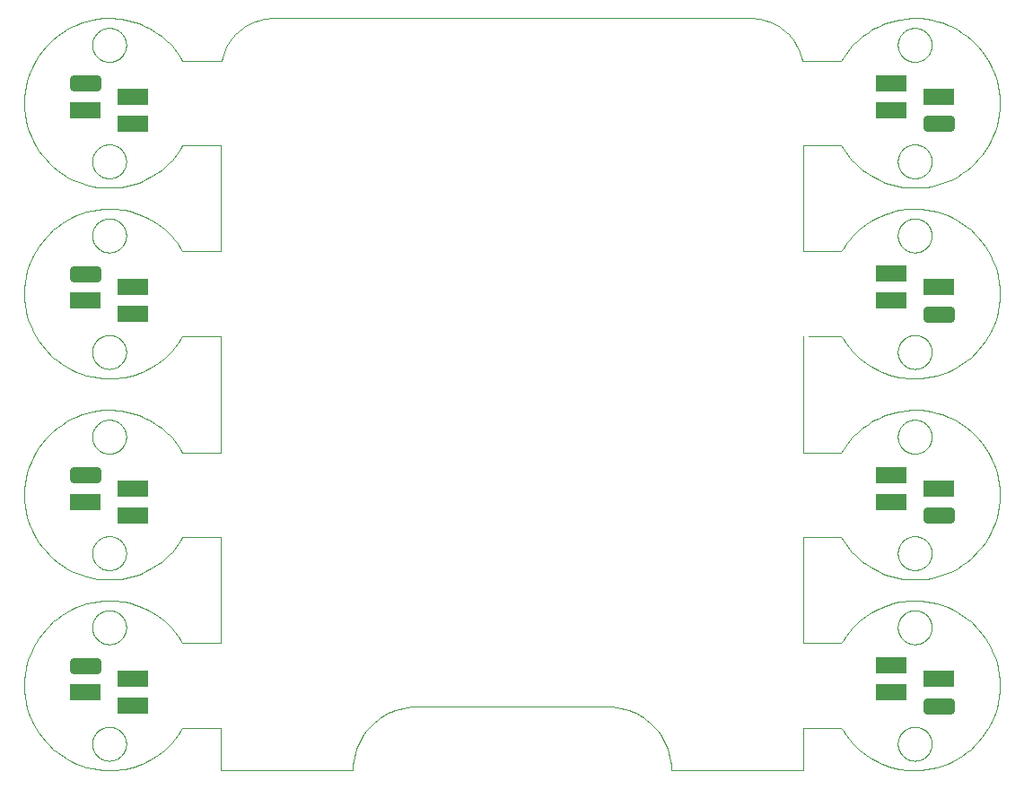
<source format=gbp>
G75*
%MOIN*%
%OFA0B0*%
%FSLAX25Y25*%
%IPPOS*%
%LPD*%
%AMOC8*
5,1,8,0,0,1.08239X$1,22.5*
%
%ADD10C,0.00000*%
%ADD11C,0.02953*%
%ADD12R,0.11811X0.05906*%
D10*
X0022120Y0061838D02*
X0024098Y0061219D01*
X0026149Y0060800D01*
X0028199Y0060380D01*
X0030322Y0060160D01*
X0033953Y0060160D01*
X0035387Y0060259D01*
X0036791Y0060450D01*
X0038195Y0060642D01*
X0039570Y0060926D01*
X0040909Y0061297D01*
X0042248Y0061668D01*
X0043550Y0062124D01*
X0044811Y0062661D01*
X0046072Y0063198D01*
X0047291Y0063814D01*
X0049631Y0065195D01*
X0050752Y0065958D01*
X0051819Y0066789D01*
X0052886Y0067620D01*
X0053897Y0068518D01*
X0054848Y0069477D01*
X0055799Y0070436D01*
X0056688Y0071455D01*
X0058333Y0073603D01*
X0059087Y0074731D01*
X0059768Y0075908D01*
X0073831Y0075908D01*
X0073831Y0060160D01*
X0123044Y0060160D01*
X0123044Y0062011D01*
X0123208Y0063587D01*
X0123519Y0065109D01*
X0123831Y0066632D01*
X0124290Y0068100D01*
X0124882Y0069499D01*
X0125474Y0070898D01*
X0126198Y0072227D01*
X0127038Y0073471D01*
X0127879Y0074715D01*
X0128836Y0075874D01*
X0129894Y0076932D01*
X0130952Y0077990D01*
X0132111Y0078947D01*
X0133355Y0079788D01*
X0134599Y0080628D01*
X0135928Y0081352D01*
X0137327Y0081944D01*
X0138726Y0082536D01*
X0140194Y0082995D01*
X0141717Y0083307D01*
X0143239Y0083618D01*
X0144815Y0083782D01*
X0219383Y0083782D01*
X0220959Y0083618D01*
X0222482Y0083307D01*
X0224004Y0082995D01*
X0225472Y0082536D01*
X0226871Y0081944D01*
X0228270Y0081352D01*
X0229600Y0080628D01*
X0230844Y0079788D01*
X0232088Y0078947D01*
X0233247Y0077990D01*
X0235363Y0075874D01*
X0236320Y0074715D01*
X0237160Y0073471D01*
X0238001Y0072227D01*
X0238725Y0070898D01*
X0239317Y0069499D01*
X0239908Y0068100D01*
X0240368Y0066632D01*
X0240679Y0065109D01*
X0240991Y0063587D01*
X0241154Y0062011D01*
X0241154Y0060160D01*
X0290367Y0060160D01*
X0290367Y0075908D01*
X0304437Y0075908D01*
X0305118Y0074731D01*
X0305872Y0073603D01*
X0307516Y0071455D01*
X0308406Y0070436D01*
X0309357Y0069477D01*
X0310307Y0068518D01*
X0311319Y0067620D01*
X0312386Y0066789D01*
X0313453Y0065958D01*
X0314574Y0065195D01*
X0315744Y0064505D01*
X0316914Y0063814D01*
X0318133Y0063198D01*
X0319393Y0062661D01*
X0320654Y0062124D01*
X0321957Y0061668D01*
X0323296Y0061297D01*
X0324635Y0060926D01*
X0326009Y0060642D01*
X0328818Y0060259D01*
X0330252Y0060160D01*
X0333883Y0060160D01*
X0336006Y0060380D01*
X0338056Y0060800D01*
X0340107Y0061219D01*
X0342084Y0061838D01*
X0343968Y0062635D01*
X0345852Y0063432D01*
X0347643Y0064407D01*
X0349318Y0065539D01*
X0350994Y0066671D01*
X0352555Y0067960D01*
X0353980Y0069385D01*
X0355405Y0070810D01*
X0356694Y0072371D01*
X0358958Y0075722D01*
X0359933Y0077512D01*
X0361527Y0081280D01*
X0362145Y0083258D01*
X0362565Y0085308D01*
X0362984Y0087359D01*
X0363205Y0089482D01*
X0363205Y0093830D01*
X0362984Y0095953D01*
X0362565Y0098003D01*
X0362145Y0100054D01*
X0361527Y0102032D01*
X0360730Y0103916D01*
X0359933Y0105800D01*
X0358958Y0107590D01*
X0357826Y0109266D01*
X0356694Y0110941D01*
X0355405Y0112502D01*
X0352555Y0115352D01*
X0350994Y0116641D01*
X0347643Y0118905D01*
X0345852Y0119880D01*
X0343968Y0120677D01*
X0342084Y0121474D01*
X0340107Y0122092D01*
X0338056Y0122512D01*
X0336006Y0122932D01*
X0333883Y0123152D01*
X0330252Y0123152D01*
X0328818Y0123053D01*
X0327414Y0122861D01*
X0326009Y0122670D01*
X0324635Y0122385D01*
X0323296Y0122015D01*
X0321957Y0121644D01*
X0320654Y0121187D01*
X0319393Y0120651D01*
X0318133Y0120114D01*
X0316914Y0119497D01*
X0315744Y0118807D01*
X0314574Y0118117D01*
X0313453Y0117353D01*
X0312386Y0116523D01*
X0311319Y0115692D01*
X0310307Y0114794D01*
X0309357Y0113835D01*
X0308406Y0112876D01*
X0307516Y0111857D01*
X0305872Y0109709D01*
X0305118Y0108580D01*
X0304437Y0107404D01*
X0290367Y0107404D01*
X0290367Y0146772D01*
X0304437Y0146772D01*
X0305118Y0145595D01*
X0305872Y0144467D01*
X0307516Y0142319D01*
X0308406Y0141299D01*
X0309357Y0140341D01*
X0310307Y0139382D01*
X0311319Y0138484D01*
X0312386Y0137653D01*
X0313453Y0136822D01*
X0314574Y0136059D01*
X0315744Y0135368D01*
X0316914Y0134678D01*
X0318133Y0134062D01*
X0319393Y0133525D01*
X0320654Y0132988D01*
X0321957Y0132531D01*
X0323296Y0132161D01*
X0324635Y0131790D01*
X0326009Y0131506D01*
X0327414Y0131314D01*
X0328818Y0131123D01*
X0330252Y0131024D01*
X0333883Y0131024D01*
X0336006Y0131244D01*
X0338056Y0131664D01*
X0340107Y0132083D01*
X0342084Y0132702D01*
X0343968Y0133499D01*
X0345852Y0134296D01*
X0347643Y0135271D01*
X0349318Y0136403D01*
X0350994Y0137535D01*
X0352555Y0138824D01*
X0355405Y0141674D01*
X0356694Y0143234D01*
X0357826Y0144910D01*
X0358958Y0146586D01*
X0359933Y0148376D01*
X0360730Y0150260D01*
X0361527Y0152144D01*
X0362145Y0154122D01*
X0362565Y0156172D01*
X0362984Y0158223D01*
X0363205Y0160345D01*
X0363205Y0164694D01*
X0362984Y0166817D01*
X0362565Y0168867D01*
X0362145Y0170918D01*
X0361527Y0172895D01*
X0359933Y0176664D01*
X0358958Y0178454D01*
X0356694Y0181805D01*
X0355405Y0183366D01*
X0352555Y0186216D01*
X0350994Y0187505D01*
X0347643Y0189769D01*
X0345852Y0190744D01*
X0343968Y0191541D01*
X0342084Y0192338D01*
X0340107Y0192956D01*
X0338056Y0193376D01*
X0336006Y0193795D01*
X0333883Y0194016D01*
X0330252Y0194016D01*
X0328818Y0193917D01*
X0326009Y0193533D01*
X0324635Y0193249D01*
X0321957Y0192508D01*
X0320654Y0192051D01*
X0319393Y0191515D01*
X0318133Y0190978D01*
X0316914Y0190361D01*
X0315744Y0189671D01*
X0314574Y0188981D01*
X0313453Y0188217D01*
X0312386Y0187386D01*
X0311319Y0186556D01*
X0310307Y0185658D01*
X0309357Y0184699D01*
X0308406Y0183740D01*
X0307516Y0182721D01*
X0306694Y0181647D01*
X0305872Y0180573D01*
X0305118Y0179444D01*
X0304437Y0178268D01*
X0290367Y0178268D01*
X0290367Y0221575D01*
X0292126Y0221575D02*
X0304437Y0221575D01*
X0305118Y0220398D01*
X0305872Y0219270D01*
X0307516Y0217122D01*
X0308406Y0216103D01*
X0309357Y0215144D01*
X0310307Y0214185D01*
X0311319Y0213287D01*
X0312386Y0212456D01*
X0313453Y0211625D01*
X0314574Y0210862D01*
X0315744Y0210172D01*
X0316914Y0209481D01*
X0318133Y0208865D01*
X0319393Y0208328D01*
X0320654Y0207791D01*
X0321957Y0207335D01*
X0323296Y0206964D01*
X0324635Y0206593D01*
X0326009Y0206309D01*
X0327414Y0206118D01*
X0328818Y0205926D01*
X0330252Y0205827D01*
X0333883Y0205827D01*
X0336006Y0206047D01*
X0338056Y0206467D01*
X0340107Y0206886D01*
X0342084Y0207505D01*
X0343968Y0208302D01*
X0345852Y0209099D01*
X0347643Y0210074D01*
X0350994Y0212338D01*
X0352555Y0213627D01*
X0355405Y0216477D01*
X0356694Y0218038D01*
X0357826Y0219713D01*
X0358958Y0221389D01*
X0359933Y0223179D01*
X0361527Y0226947D01*
X0362145Y0228925D01*
X0362565Y0230975D01*
X0362984Y0233026D01*
X0363205Y0235149D01*
X0363205Y0239497D01*
X0362984Y0241620D01*
X0362565Y0243670D01*
X0362145Y0245721D01*
X0361527Y0247698D01*
X0360730Y0249583D01*
X0359933Y0251467D01*
X0358958Y0253257D01*
X0357826Y0254933D01*
X0356694Y0256608D01*
X0355405Y0258169D01*
X0353980Y0259594D01*
X0352555Y0261019D01*
X0350994Y0262308D01*
X0347643Y0264572D01*
X0345852Y0265547D01*
X0343968Y0266344D01*
X0342084Y0267141D01*
X0340107Y0267759D01*
X0338056Y0268179D01*
X0336006Y0268599D01*
X0333883Y0268819D01*
X0330252Y0268819D01*
X0328818Y0268720D01*
X0326009Y0268337D01*
X0324635Y0268052D01*
X0321957Y0267311D01*
X0320654Y0266854D01*
X0319393Y0266318D01*
X0318133Y0265781D01*
X0316914Y0265164D01*
X0315744Y0264474D01*
X0314574Y0263784D01*
X0313453Y0263020D01*
X0312386Y0262190D01*
X0311319Y0261359D01*
X0310307Y0260461D01*
X0309357Y0259502D01*
X0308406Y0258543D01*
X0307516Y0257524D01*
X0306694Y0256450D01*
X0305872Y0255376D01*
X0305118Y0254247D01*
X0304437Y0253071D01*
X0290367Y0253071D01*
X0290367Y0292443D01*
X0304437Y0292443D01*
X0305118Y0291267D01*
X0305872Y0290138D01*
X0307516Y0287991D01*
X0308406Y0286971D01*
X0309357Y0286012D01*
X0310307Y0285053D01*
X0311319Y0284155D01*
X0312386Y0283325D01*
X0313453Y0282494D01*
X0314574Y0281730D01*
X0315744Y0281040D01*
X0316914Y0280350D01*
X0318133Y0279733D01*
X0320654Y0278660D01*
X0321957Y0278203D01*
X0324635Y0277462D01*
X0326009Y0277178D01*
X0327414Y0276986D01*
X0328818Y0276794D01*
X0330252Y0276695D01*
X0333883Y0276695D01*
X0336006Y0276916D01*
X0338056Y0277335D01*
X0340107Y0277755D01*
X0342084Y0278373D01*
X0343968Y0279170D01*
X0345852Y0279967D01*
X0347643Y0280942D01*
X0349318Y0282074D01*
X0350994Y0283206D01*
X0352555Y0284495D01*
X0353980Y0285920D01*
X0355405Y0287345D01*
X0356694Y0288906D01*
X0358958Y0292257D01*
X0359933Y0294048D01*
X0360730Y0295932D01*
X0361527Y0297816D01*
X0362145Y0299794D01*
X0362565Y0301844D01*
X0362984Y0303894D01*
X0363205Y0306017D01*
X0363205Y0310366D01*
X0362984Y0312489D01*
X0362565Y0314539D01*
X0362145Y0316589D01*
X0361527Y0318567D01*
X0359933Y0322335D01*
X0358958Y0324126D01*
X0356694Y0327477D01*
X0355405Y0329038D01*
X0353980Y0330462D01*
X0352555Y0331887D01*
X0350994Y0333176D01*
X0349318Y0334308D01*
X0347643Y0335440D01*
X0345852Y0336415D01*
X0343968Y0337212D01*
X0342084Y0338009D01*
X0340107Y0338628D01*
X0338056Y0339048D01*
X0336006Y0339467D01*
X0333883Y0339687D01*
X0330252Y0339687D01*
X0328818Y0339588D01*
X0326009Y0339205D01*
X0324635Y0338921D01*
X0323296Y0338550D01*
X0321957Y0338180D01*
X0320654Y0337723D01*
X0319393Y0337186D01*
X0318133Y0336649D01*
X0316914Y0336033D01*
X0315744Y0335343D01*
X0314574Y0334653D01*
X0313453Y0333889D01*
X0312386Y0333058D01*
X0311319Y0332227D01*
X0310307Y0331329D01*
X0309357Y0330370D01*
X0308406Y0329412D01*
X0307516Y0328392D01*
X0305872Y0326244D01*
X0305118Y0325116D01*
X0304437Y0323939D01*
X0289972Y0323939D01*
X0289744Y0325062D01*
X0289420Y0326151D01*
X0289010Y0327196D01*
X0288599Y0328241D01*
X0288102Y0329242D01*
X0286952Y0331139D01*
X0286299Y0332036D01*
X0285578Y0332871D01*
X0284856Y0333706D01*
X0284065Y0334479D01*
X0283214Y0335183D01*
X0282363Y0335886D01*
X0281452Y0336519D01*
X0280489Y0337074D01*
X0279527Y0337628D01*
X0278513Y0338103D01*
X0277457Y0338490D01*
X0276401Y0338877D01*
X0275302Y0339177D01*
X0274170Y0339379D01*
X0273038Y0339582D01*
X0271872Y0339687D01*
X0092326Y0339687D01*
X0091160Y0339582D01*
X0090028Y0339379D01*
X0088896Y0339177D01*
X0087798Y0338877D01*
X0086741Y0338490D01*
X0085685Y0338103D01*
X0084671Y0337628D01*
X0083709Y0337074D01*
X0082747Y0336519D01*
X0081835Y0335886D01*
X0080984Y0335183D01*
X0080133Y0334479D01*
X0079343Y0333706D01*
X0078621Y0332871D01*
X0077899Y0332036D01*
X0077246Y0331139D01*
X0076096Y0329242D01*
X0075599Y0328241D01*
X0075189Y0327196D01*
X0074778Y0326151D01*
X0074455Y0325062D01*
X0074227Y0323939D01*
X0059768Y0323939D01*
X0059087Y0325116D01*
X0058333Y0326244D01*
X0057511Y0327318D01*
X0056688Y0328392D01*
X0055799Y0329412D01*
X0054848Y0330370D01*
X0053897Y0331329D01*
X0052886Y0332227D01*
X0051819Y0333058D01*
X0050752Y0333889D01*
X0049631Y0334653D01*
X0047291Y0336033D01*
X0046072Y0336649D01*
X0044811Y0337186D01*
X0043550Y0337723D01*
X0042248Y0338180D01*
X0040909Y0338550D01*
X0039570Y0338921D01*
X0038195Y0339205D01*
X0036791Y0339397D01*
X0035387Y0339588D01*
X0033953Y0339687D01*
X0030322Y0339687D01*
X0028199Y0339467D01*
X0026149Y0339047D01*
X0024098Y0338628D01*
X0022120Y0338009D01*
X0020236Y0337212D01*
X0018352Y0336415D01*
X0016562Y0335440D01*
X0013211Y0333176D01*
X0011650Y0331887D01*
X0010225Y0330462D01*
X0008800Y0329037D01*
X0007511Y0327477D01*
X0006379Y0325801D01*
X0005247Y0324125D01*
X0004272Y0322335D01*
X0002678Y0318567D01*
X0002059Y0316589D01*
X0001640Y0314539D01*
X0001220Y0312489D01*
X0001000Y0310366D01*
X0001000Y0306017D01*
X0001220Y0303894D01*
X0001640Y0301844D01*
X0002059Y0299793D01*
X0002678Y0297816D01*
X0003475Y0295932D01*
X0004272Y0294048D01*
X0005247Y0292257D01*
X0006379Y0290582D01*
X0007511Y0288906D01*
X0008800Y0287345D01*
X0010225Y0285920D01*
X0011650Y0284495D01*
X0013211Y0283206D01*
X0016562Y0280942D01*
X0018352Y0279967D01*
X0020236Y0279170D01*
X0022120Y0278373D01*
X0024098Y0277755D01*
X0026149Y0277335D01*
X0028199Y0276916D01*
X0030322Y0276695D01*
X0033953Y0276695D01*
X0035387Y0276794D01*
X0036791Y0276986D01*
X0038195Y0277178D01*
X0039570Y0277462D01*
X0040909Y0277832D01*
X0042248Y0278203D01*
X0043550Y0278660D01*
X0044811Y0279197D01*
X0046072Y0279733D01*
X0047291Y0280350D01*
X0049631Y0281730D01*
X0050752Y0282494D01*
X0051819Y0283325D01*
X0052886Y0284155D01*
X0053897Y0285053D01*
X0054848Y0286012D01*
X0055799Y0286971D01*
X0056688Y0287991D01*
X0057511Y0289064D01*
X0058333Y0290138D01*
X0059087Y0291267D01*
X0059768Y0292443D01*
X0073831Y0292443D01*
X0073831Y0253071D01*
X0059768Y0253071D01*
X0059087Y0254247D01*
X0058333Y0255376D01*
X0057510Y0256450D01*
X0056688Y0257524D01*
X0055799Y0258543D01*
X0054848Y0259502D01*
X0053897Y0260461D01*
X0052886Y0261359D01*
X0051819Y0262190D01*
X0050752Y0263020D01*
X0049631Y0263784D01*
X0047290Y0265164D01*
X0046072Y0265781D01*
X0044811Y0266318D01*
X0043550Y0266854D01*
X0042248Y0267311D01*
X0040909Y0267682D01*
X0039570Y0268052D01*
X0038195Y0268337D01*
X0036791Y0268528D01*
X0035387Y0268720D01*
X0033953Y0268819D01*
X0030322Y0268819D01*
X0028199Y0268599D01*
X0026149Y0268179D01*
X0024098Y0267759D01*
X0022120Y0267141D01*
X0020236Y0266344D01*
X0018352Y0265547D01*
X0016562Y0264572D01*
X0014886Y0263440D01*
X0013211Y0262308D01*
X0011650Y0261019D01*
X0010225Y0259594D01*
X0008800Y0258169D01*
X0007511Y0256608D01*
X0006379Y0254933D01*
X0005247Y0253257D01*
X0004272Y0251467D01*
X0002678Y0247698D01*
X0002059Y0245721D01*
X0001640Y0243670D01*
X0001220Y0241620D01*
X0001000Y0239497D01*
X0001000Y0235149D01*
X0001220Y0233026D01*
X0001640Y0230975D01*
X0002059Y0228925D01*
X0002678Y0226947D01*
X0003475Y0225063D01*
X0004272Y0223179D01*
X0005247Y0221389D01*
X0006379Y0219713D01*
X0007511Y0218037D01*
X0008800Y0216477D01*
X0011650Y0213627D01*
X0013211Y0212338D01*
X0014886Y0211206D01*
X0016562Y0210074D01*
X0018352Y0209099D01*
X0020236Y0208302D01*
X0022120Y0207505D01*
X0024098Y0206886D01*
X0026149Y0206467D01*
X0028199Y0206047D01*
X0030322Y0205827D01*
X0033953Y0205827D01*
X0035387Y0205926D01*
X0036791Y0206117D01*
X0038195Y0206309D01*
X0039570Y0206593D01*
X0040909Y0206964D01*
X0042248Y0207334D01*
X0043550Y0207791D01*
X0044811Y0208328D01*
X0046072Y0208865D01*
X0047291Y0209481D01*
X0049631Y0210862D01*
X0050752Y0211625D01*
X0051819Y0212456D01*
X0052886Y0213287D01*
X0053897Y0214185D01*
X0054848Y0215144D01*
X0055799Y0216102D01*
X0056688Y0217122D01*
X0058333Y0219270D01*
X0059087Y0220398D01*
X0059768Y0221575D01*
X0073831Y0221575D01*
X0073831Y0178268D01*
X0059768Y0178268D01*
X0059087Y0179444D01*
X0058333Y0180573D01*
X0057511Y0181647D01*
X0056688Y0182721D01*
X0055799Y0183740D01*
X0054848Y0184699D01*
X0053897Y0185658D01*
X0052886Y0186556D01*
X0051819Y0187386D01*
X0050752Y0188217D01*
X0049631Y0188981D01*
X0047291Y0190361D01*
X0046072Y0190978D01*
X0044811Y0191515D01*
X0043550Y0192051D01*
X0042248Y0192508D01*
X0039570Y0193249D01*
X0038195Y0193533D01*
X0036791Y0193725D01*
X0035387Y0193917D01*
X0033953Y0194016D01*
X0030322Y0194016D01*
X0028199Y0193795D01*
X0026149Y0193376D01*
X0024098Y0192956D01*
X0022120Y0192338D01*
X0020236Y0191541D01*
X0018352Y0190744D01*
X0016562Y0189769D01*
X0014886Y0188637D01*
X0013211Y0187505D01*
X0011650Y0186216D01*
X0010225Y0184791D01*
X0008800Y0183366D01*
X0007511Y0181805D01*
X0006379Y0180129D01*
X0005247Y0178454D01*
X0004272Y0176663D01*
X0003475Y0174779D01*
X0002678Y0172895D01*
X0002059Y0170918D01*
X0001640Y0168867D01*
X0001220Y0166817D01*
X0001000Y0164694D01*
X0001000Y0160345D01*
X0001220Y0158222D01*
X0001640Y0156172D01*
X0002059Y0154122D01*
X0002678Y0152144D01*
X0004272Y0148376D01*
X0005247Y0146586D01*
X0006379Y0144910D01*
X0007511Y0143234D01*
X0008800Y0141674D01*
X0010225Y0140249D01*
X0011650Y0138824D01*
X0013211Y0137535D01*
X0016562Y0135271D01*
X0018352Y0134296D01*
X0020236Y0133499D01*
X0022120Y0132702D01*
X0024098Y0132083D01*
X0028199Y0131244D01*
X0030322Y0131024D01*
X0033953Y0131024D01*
X0035387Y0131123D01*
X0036791Y0131314D01*
X0038195Y0131506D01*
X0039570Y0131790D01*
X0040909Y0132161D01*
X0042248Y0132531D01*
X0043550Y0132988D01*
X0044811Y0133525D01*
X0046072Y0134062D01*
X0047291Y0134678D01*
X0049631Y0136059D01*
X0050752Y0136822D01*
X0051819Y0137653D01*
X0052886Y0138484D01*
X0053897Y0139382D01*
X0054848Y0140341D01*
X0055799Y0141299D01*
X0056688Y0142319D01*
X0058333Y0144467D01*
X0059087Y0145595D01*
X0059768Y0146772D01*
X0073831Y0146772D01*
X0073831Y0107404D01*
X0059768Y0107404D01*
X0059087Y0108580D01*
X0058333Y0109709D01*
X0056688Y0111857D01*
X0055799Y0112876D01*
X0054848Y0113835D01*
X0053897Y0114794D01*
X0052886Y0115692D01*
X0051819Y0116523D01*
X0050752Y0117353D01*
X0049631Y0118117D01*
X0047291Y0119497D01*
X0046072Y0120114D01*
X0044811Y0120651D01*
X0043550Y0121187D01*
X0042248Y0121644D01*
X0040909Y0122015D01*
X0039570Y0122385D01*
X0038195Y0122670D01*
X0036791Y0122861D01*
X0035387Y0123053D01*
X0033953Y0123152D01*
X0030322Y0123152D01*
X0028199Y0122932D01*
X0026149Y0122512D01*
X0024098Y0122092D01*
X0022120Y0121474D01*
X0020236Y0120677D01*
X0018352Y0119880D01*
X0016562Y0118905D01*
X0014886Y0117773D01*
X0013211Y0116641D01*
X0011650Y0115352D01*
X0010225Y0113927D01*
X0008800Y0112502D01*
X0007511Y0110941D01*
X0006379Y0109266D01*
X0005247Y0107590D01*
X0004272Y0105800D01*
X0003475Y0103916D01*
X0002678Y0102031D01*
X0002059Y0100054D01*
X0001640Y0098003D01*
X0001220Y0095953D01*
X0001000Y0093830D01*
X0001000Y0089481D01*
X0001220Y0087359D01*
X0001640Y0085308D01*
X0002059Y0083258D01*
X0002678Y0081280D01*
X0004272Y0077512D01*
X0005247Y0075722D01*
X0006379Y0074046D01*
X0007511Y0072371D01*
X0008800Y0070810D01*
X0010225Y0069385D01*
X0011650Y0067960D01*
X0013211Y0066671D01*
X0016562Y0064407D01*
X0018352Y0063432D01*
X0020236Y0062635D01*
X0022120Y0061838D01*
X0026197Y0069961D02*
X0026199Y0070119D01*
X0026205Y0070277D01*
X0026215Y0070435D01*
X0026229Y0070593D01*
X0026247Y0070750D01*
X0026268Y0070907D01*
X0026294Y0071063D01*
X0026324Y0071219D01*
X0026357Y0071374D01*
X0026395Y0071527D01*
X0026436Y0071680D01*
X0026481Y0071832D01*
X0026530Y0071983D01*
X0026583Y0072132D01*
X0026639Y0072280D01*
X0026699Y0072426D01*
X0026763Y0072571D01*
X0026831Y0072714D01*
X0026902Y0072856D01*
X0026976Y0072996D01*
X0027054Y0073133D01*
X0027136Y0073269D01*
X0027220Y0073403D01*
X0027309Y0073534D01*
X0027400Y0073663D01*
X0027495Y0073790D01*
X0027592Y0073915D01*
X0027693Y0074037D01*
X0027797Y0074156D01*
X0027904Y0074273D01*
X0028014Y0074387D01*
X0028127Y0074498D01*
X0028242Y0074607D01*
X0028360Y0074712D01*
X0028481Y0074814D01*
X0028604Y0074914D01*
X0028730Y0075010D01*
X0028858Y0075103D01*
X0028988Y0075193D01*
X0029121Y0075279D01*
X0029256Y0075363D01*
X0029392Y0075442D01*
X0029531Y0075519D01*
X0029672Y0075591D01*
X0029814Y0075661D01*
X0029958Y0075726D01*
X0030104Y0075788D01*
X0030251Y0075846D01*
X0030400Y0075901D01*
X0030550Y0075952D01*
X0030701Y0075999D01*
X0030853Y0076042D01*
X0031006Y0076081D01*
X0031161Y0076117D01*
X0031316Y0076148D01*
X0031472Y0076176D01*
X0031628Y0076200D01*
X0031785Y0076220D01*
X0031943Y0076236D01*
X0032100Y0076248D01*
X0032259Y0076256D01*
X0032417Y0076260D01*
X0032575Y0076260D01*
X0032733Y0076256D01*
X0032892Y0076248D01*
X0033049Y0076236D01*
X0033207Y0076220D01*
X0033364Y0076200D01*
X0033520Y0076176D01*
X0033676Y0076148D01*
X0033831Y0076117D01*
X0033986Y0076081D01*
X0034139Y0076042D01*
X0034291Y0075999D01*
X0034442Y0075952D01*
X0034592Y0075901D01*
X0034741Y0075846D01*
X0034888Y0075788D01*
X0035034Y0075726D01*
X0035178Y0075661D01*
X0035320Y0075591D01*
X0035461Y0075519D01*
X0035600Y0075442D01*
X0035736Y0075363D01*
X0035871Y0075279D01*
X0036004Y0075193D01*
X0036134Y0075103D01*
X0036262Y0075010D01*
X0036388Y0074914D01*
X0036511Y0074814D01*
X0036632Y0074712D01*
X0036750Y0074607D01*
X0036865Y0074498D01*
X0036978Y0074387D01*
X0037088Y0074273D01*
X0037195Y0074156D01*
X0037299Y0074037D01*
X0037400Y0073915D01*
X0037497Y0073790D01*
X0037592Y0073663D01*
X0037683Y0073534D01*
X0037772Y0073403D01*
X0037856Y0073269D01*
X0037938Y0073133D01*
X0038016Y0072996D01*
X0038090Y0072856D01*
X0038161Y0072714D01*
X0038229Y0072571D01*
X0038293Y0072426D01*
X0038353Y0072280D01*
X0038409Y0072132D01*
X0038462Y0071983D01*
X0038511Y0071832D01*
X0038556Y0071680D01*
X0038597Y0071527D01*
X0038635Y0071374D01*
X0038668Y0071219D01*
X0038698Y0071063D01*
X0038724Y0070907D01*
X0038745Y0070750D01*
X0038763Y0070593D01*
X0038777Y0070435D01*
X0038787Y0070277D01*
X0038793Y0070119D01*
X0038795Y0069961D01*
X0038793Y0069803D01*
X0038787Y0069645D01*
X0038777Y0069487D01*
X0038763Y0069329D01*
X0038745Y0069172D01*
X0038724Y0069015D01*
X0038698Y0068859D01*
X0038668Y0068703D01*
X0038635Y0068548D01*
X0038597Y0068395D01*
X0038556Y0068242D01*
X0038511Y0068090D01*
X0038462Y0067939D01*
X0038409Y0067790D01*
X0038353Y0067642D01*
X0038293Y0067496D01*
X0038229Y0067351D01*
X0038161Y0067208D01*
X0038090Y0067066D01*
X0038016Y0066926D01*
X0037938Y0066789D01*
X0037856Y0066653D01*
X0037772Y0066519D01*
X0037683Y0066388D01*
X0037592Y0066259D01*
X0037497Y0066132D01*
X0037400Y0066007D01*
X0037299Y0065885D01*
X0037195Y0065766D01*
X0037088Y0065649D01*
X0036978Y0065535D01*
X0036865Y0065424D01*
X0036750Y0065315D01*
X0036632Y0065210D01*
X0036511Y0065108D01*
X0036388Y0065008D01*
X0036262Y0064912D01*
X0036134Y0064819D01*
X0036004Y0064729D01*
X0035871Y0064643D01*
X0035736Y0064559D01*
X0035600Y0064480D01*
X0035461Y0064403D01*
X0035320Y0064331D01*
X0035178Y0064261D01*
X0035034Y0064196D01*
X0034888Y0064134D01*
X0034741Y0064076D01*
X0034592Y0064021D01*
X0034442Y0063970D01*
X0034291Y0063923D01*
X0034139Y0063880D01*
X0033986Y0063841D01*
X0033831Y0063805D01*
X0033676Y0063774D01*
X0033520Y0063746D01*
X0033364Y0063722D01*
X0033207Y0063702D01*
X0033049Y0063686D01*
X0032892Y0063674D01*
X0032733Y0063666D01*
X0032575Y0063662D01*
X0032417Y0063662D01*
X0032259Y0063666D01*
X0032100Y0063674D01*
X0031943Y0063686D01*
X0031785Y0063702D01*
X0031628Y0063722D01*
X0031472Y0063746D01*
X0031316Y0063774D01*
X0031161Y0063805D01*
X0031006Y0063841D01*
X0030853Y0063880D01*
X0030701Y0063923D01*
X0030550Y0063970D01*
X0030400Y0064021D01*
X0030251Y0064076D01*
X0030104Y0064134D01*
X0029958Y0064196D01*
X0029814Y0064261D01*
X0029672Y0064331D01*
X0029531Y0064403D01*
X0029392Y0064480D01*
X0029256Y0064559D01*
X0029121Y0064643D01*
X0028988Y0064729D01*
X0028858Y0064819D01*
X0028730Y0064912D01*
X0028604Y0065008D01*
X0028481Y0065108D01*
X0028360Y0065210D01*
X0028242Y0065315D01*
X0028127Y0065424D01*
X0028014Y0065535D01*
X0027904Y0065649D01*
X0027797Y0065766D01*
X0027693Y0065885D01*
X0027592Y0066007D01*
X0027495Y0066132D01*
X0027400Y0066259D01*
X0027309Y0066388D01*
X0027220Y0066519D01*
X0027136Y0066653D01*
X0027054Y0066789D01*
X0026976Y0066926D01*
X0026902Y0067066D01*
X0026831Y0067208D01*
X0026763Y0067351D01*
X0026699Y0067496D01*
X0026639Y0067642D01*
X0026583Y0067790D01*
X0026530Y0067939D01*
X0026481Y0068090D01*
X0026436Y0068242D01*
X0026395Y0068395D01*
X0026357Y0068548D01*
X0026324Y0068703D01*
X0026294Y0068859D01*
X0026268Y0069015D01*
X0026247Y0069172D01*
X0026229Y0069329D01*
X0026215Y0069487D01*
X0026205Y0069645D01*
X0026199Y0069803D01*
X0026197Y0069961D01*
X0026197Y0113268D02*
X0026199Y0113426D01*
X0026205Y0113584D01*
X0026215Y0113742D01*
X0026229Y0113900D01*
X0026247Y0114057D01*
X0026268Y0114214D01*
X0026294Y0114370D01*
X0026324Y0114526D01*
X0026357Y0114681D01*
X0026395Y0114834D01*
X0026436Y0114987D01*
X0026481Y0115139D01*
X0026530Y0115290D01*
X0026583Y0115439D01*
X0026639Y0115587D01*
X0026699Y0115733D01*
X0026763Y0115878D01*
X0026831Y0116021D01*
X0026902Y0116163D01*
X0026976Y0116303D01*
X0027054Y0116440D01*
X0027136Y0116576D01*
X0027220Y0116710D01*
X0027309Y0116841D01*
X0027400Y0116970D01*
X0027495Y0117097D01*
X0027592Y0117222D01*
X0027693Y0117344D01*
X0027797Y0117463D01*
X0027904Y0117580D01*
X0028014Y0117694D01*
X0028127Y0117805D01*
X0028242Y0117914D01*
X0028360Y0118019D01*
X0028481Y0118121D01*
X0028604Y0118221D01*
X0028730Y0118317D01*
X0028858Y0118410D01*
X0028988Y0118500D01*
X0029121Y0118586D01*
X0029256Y0118670D01*
X0029392Y0118749D01*
X0029531Y0118826D01*
X0029672Y0118898D01*
X0029814Y0118968D01*
X0029958Y0119033D01*
X0030104Y0119095D01*
X0030251Y0119153D01*
X0030400Y0119208D01*
X0030550Y0119259D01*
X0030701Y0119306D01*
X0030853Y0119349D01*
X0031006Y0119388D01*
X0031161Y0119424D01*
X0031316Y0119455D01*
X0031472Y0119483D01*
X0031628Y0119507D01*
X0031785Y0119527D01*
X0031943Y0119543D01*
X0032100Y0119555D01*
X0032259Y0119563D01*
X0032417Y0119567D01*
X0032575Y0119567D01*
X0032733Y0119563D01*
X0032892Y0119555D01*
X0033049Y0119543D01*
X0033207Y0119527D01*
X0033364Y0119507D01*
X0033520Y0119483D01*
X0033676Y0119455D01*
X0033831Y0119424D01*
X0033986Y0119388D01*
X0034139Y0119349D01*
X0034291Y0119306D01*
X0034442Y0119259D01*
X0034592Y0119208D01*
X0034741Y0119153D01*
X0034888Y0119095D01*
X0035034Y0119033D01*
X0035178Y0118968D01*
X0035320Y0118898D01*
X0035461Y0118826D01*
X0035600Y0118749D01*
X0035736Y0118670D01*
X0035871Y0118586D01*
X0036004Y0118500D01*
X0036134Y0118410D01*
X0036262Y0118317D01*
X0036388Y0118221D01*
X0036511Y0118121D01*
X0036632Y0118019D01*
X0036750Y0117914D01*
X0036865Y0117805D01*
X0036978Y0117694D01*
X0037088Y0117580D01*
X0037195Y0117463D01*
X0037299Y0117344D01*
X0037400Y0117222D01*
X0037497Y0117097D01*
X0037592Y0116970D01*
X0037683Y0116841D01*
X0037772Y0116710D01*
X0037856Y0116576D01*
X0037938Y0116440D01*
X0038016Y0116303D01*
X0038090Y0116163D01*
X0038161Y0116021D01*
X0038229Y0115878D01*
X0038293Y0115733D01*
X0038353Y0115587D01*
X0038409Y0115439D01*
X0038462Y0115290D01*
X0038511Y0115139D01*
X0038556Y0114987D01*
X0038597Y0114834D01*
X0038635Y0114681D01*
X0038668Y0114526D01*
X0038698Y0114370D01*
X0038724Y0114214D01*
X0038745Y0114057D01*
X0038763Y0113900D01*
X0038777Y0113742D01*
X0038787Y0113584D01*
X0038793Y0113426D01*
X0038795Y0113268D01*
X0038793Y0113110D01*
X0038787Y0112952D01*
X0038777Y0112794D01*
X0038763Y0112636D01*
X0038745Y0112479D01*
X0038724Y0112322D01*
X0038698Y0112166D01*
X0038668Y0112010D01*
X0038635Y0111855D01*
X0038597Y0111702D01*
X0038556Y0111549D01*
X0038511Y0111397D01*
X0038462Y0111246D01*
X0038409Y0111097D01*
X0038353Y0110949D01*
X0038293Y0110803D01*
X0038229Y0110658D01*
X0038161Y0110515D01*
X0038090Y0110373D01*
X0038016Y0110233D01*
X0037938Y0110096D01*
X0037856Y0109960D01*
X0037772Y0109826D01*
X0037683Y0109695D01*
X0037592Y0109566D01*
X0037497Y0109439D01*
X0037400Y0109314D01*
X0037299Y0109192D01*
X0037195Y0109073D01*
X0037088Y0108956D01*
X0036978Y0108842D01*
X0036865Y0108731D01*
X0036750Y0108622D01*
X0036632Y0108517D01*
X0036511Y0108415D01*
X0036388Y0108315D01*
X0036262Y0108219D01*
X0036134Y0108126D01*
X0036004Y0108036D01*
X0035871Y0107950D01*
X0035736Y0107866D01*
X0035600Y0107787D01*
X0035461Y0107710D01*
X0035320Y0107638D01*
X0035178Y0107568D01*
X0035034Y0107503D01*
X0034888Y0107441D01*
X0034741Y0107383D01*
X0034592Y0107328D01*
X0034442Y0107277D01*
X0034291Y0107230D01*
X0034139Y0107187D01*
X0033986Y0107148D01*
X0033831Y0107112D01*
X0033676Y0107081D01*
X0033520Y0107053D01*
X0033364Y0107029D01*
X0033207Y0107009D01*
X0033049Y0106993D01*
X0032892Y0106981D01*
X0032733Y0106973D01*
X0032575Y0106969D01*
X0032417Y0106969D01*
X0032259Y0106973D01*
X0032100Y0106981D01*
X0031943Y0106993D01*
X0031785Y0107009D01*
X0031628Y0107029D01*
X0031472Y0107053D01*
X0031316Y0107081D01*
X0031161Y0107112D01*
X0031006Y0107148D01*
X0030853Y0107187D01*
X0030701Y0107230D01*
X0030550Y0107277D01*
X0030400Y0107328D01*
X0030251Y0107383D01*
X0030104Y0107441D01*
X0029958Y0107503D01*
X0029814Y0107568D01*
X0029672Y0107638D01*
X0029531Y0107710D01*
X0029392Y0107787D01*
X0029256Y0107866D01*
X0029121Y0107950D01*
X0028988Y0108036D01*
X0028858Y0108126D01*
X0028730Y0108219D01*
X0028604Y0108315D01*
X0028481Y0108415D01*
X0028360Y0108517D01*
X0028242Y0108622D01*
X0028127Y0108731D01*
X0028014Y0108842D01*
X0027904Y0108956D01*
X0027797Y0109073D01*
X0027693Y0109192D01*
X0027592Y0109314D01*
X0027495Y0109439D01*
X0027400Y0109566D01*
X0027309Y0109695D01*
X0027220Y0109826D01*
X0027136Y0109960D01*
X0027054Y0110096D01*
X0026976Y0110233D01*
X0026902Y0110373D01*
X0026831Y0110515D01*
X0026763Y0110658D01*
X0026699Y0110803D01*
X0026639Y0110949D01*
X0026583Y0111097D01*
X0026530Y0111246D01*
X0026481Y0111397D01*
X0026436Y0111549D01*
X0026395Y0111702D01*
X0026357Y0111855D01*
X0026324Y0112010D01*
X0026294Y0112166D01*
X0026268Y0112322D01*
X0026247Y0112479D01*
X0026229Y0112636D01*
X0026215Y0112794D01*
X0026205Y0112952D01*
X0026199Y0113110D01*
X0026197Y0113268D01*
X0026197Y0140827D02*
X0026199Y0140985D01*
X0026205Y0141143D01*
X0026215Y0141301D01*
X0026229Y0141459D01*
X0026247Y0141616D01*
X0026268Y0141773D01*
X0026294Y0141929D01*
X0026324Y0142085D01*
X0026357Y0142240D01*
X0026395Y0142393D01*
X0026436Y0142546D01*
X0026481Y0142698D01*
X0026530Y0142849D01*
X0026583Y0142998D01*
X0026639Y0143146D01*
X0026699Y0143292D01*
X0026763Y0143437D01*
X0026831Y0143580D01*
X0026902Y0143722D01*
X0026976Y0143862D01*
X0027054Y0143999D01*
X0027136Y0144135D01*
X0027220Y0144269D01*
X0027309Y0144400D01*
X0027400Y0144529D01*
X0027495Y0144656D01*
X0027592Y0144781D01*
X0027693Y0144903D01*
X0027797Y0145022D01*
X0027904Y0145139D01*
X0028014Y0145253D01*
X0028127Y0145364D01*
X0028242Y0145473D01*
X0028360Y0145578D01*
X0028481Y0145680D01*
X0028604Y0145780D01*
X0028730Y0145876D01*
X0028858Y0145969D01*
X0028988Y0146059D01*
X0029121Y0146145D01*
X0029256Y0146229D01*
X0029392Y0146308D01*
X0029531Y0146385D01*
X0029672Y0146457D01*
X0029814Y0146527D01*
X0029958Y0146592D01*
X0030104Y0146654D01*
X0030251Y0146712D01*
X0030400Y0146767D01*
X0030550Y0146818D01*
X0030701Y0146865D01*
X0030853Y0146908D01*
X0031006Y0146947D01*
X0031161Y0146983D01*
X0031316Y0147014D01*
X0031472Y0147042D01*
X0031628Y0147066D01*
X0031785Y0147086D01*
X0031943Y0147102D01*
X0032100Y0147114D01*
X0032259Y0147122D01*
X0032417Y0147126D01*
X0032575Y0147126D01*
X0032733Y0147122D01*
X0032892Y0147114D01*
X0033049Y0147102D01*
X0033207Y0147086D01*
X0033364Y0147066D01*
X0033520Y0147042D01*
X0033676Y0147014D01*
X0033831Y0146983D01*
X0033986Y0146947D01*
X0034139Y0146908D01*
X0034291Y0146865D01*
X0034442Y0146818D01*
X0034592Y0146767D01*
X0034741Y0146712D01*
X0034888Y0146654D01*
X0035034Y0146592D01*
X0035178Y0146527D01*
X0035320Y0146457D01*
X0035461Y0146385D01*
X0035600Y0146308D01*
X0035736Y0146229D01*
X0035871Y0146145D01*
X0036004Y0146059D01*
X0036134Y0145969D01*
X0036262Y0145876D01*
X0036388Y0145780D01*
X0036511Y0145680D01*
X0036632Y0145578D01*
X0036750Y0145473D01*
X0036865Y0145364D01*
X0036978Y0145253D01*
X0037088Y0145139D01*
X0037195Y0145022D01*
X0037299Y0144903D01*
X0037400Y0144781D01*
X0037497Y0144656D01*
X0037592Y0144529D01*
X0037683Y0144400D01*
X0037772Y0144269D01*
X0037856Y0144135D01*
X0037938Y0143999D01*
X0038016Y0143862D01*
X0038090Y0143722D01*
X0038161Y0143580D01*
X0038229Y0143437D01*
X0038293Y0143292D01*
X0038353Y0143146D01*
X0038409Y0142998D01*
X0038462Y0142849D01*
X0038511Y0142698D01*
X0038556Y0142546D01*
X0038597Y0142393D01*
X0038635Y0142240D01*
X0038668Y0142085D01*
X0038698Y0141929D01*
X0038724Y0141773D01*
X0038745Y0141616D01*
X0038763Y0141459D01*
X0038777Y0141301D01*
X0038787Y0141143D01*
X0038793Y0140985D01*
X0038795Y0140827D01*
X0038793Y0140669D01*
X0038787Y0140511D01*
X0038777Y0140353D01*
X0038763Y0140195D01*
X0038745Y0140038D01*
X0038724Y0139881D01*
X0038698Y0139725D01*
X0038668Y0139569D01*
X0038635Y0139414D01*
X0038597Y0139261D01*
X0038556Y0139108D01*
X0038511Y0138956D01*
X0038462Y0138805D01*
X0038409Y0138656D01*
X0038353Y0138508D01*
X0038293Y0138362D01*
X0038229Y0138217D01*
X0038161Y0138074D01*
X0038090Y0137932D01*
X0038016Y0137792D01*
X0037938Y0137655D01*
X0037856Y0137519D01*
X0037772Y0137385D01*
X0037683Y0137254D01*
X0037592Y0137125D01*
X0037497Y0136998D01*
X0037400Y0136873D01*
X0037299Y0136751D01*
X0037195Y0136632D01*
X0037088Y0136515D01*
X0036978Y0136401D01*
X0036865Y0136290D01*
X0036750Y0136181D01*
X0036632Y0136076D01*
X0036511Y0135974D01*
X0036388Y0135874D01*
X0036262Y0135778D01*
X0036134Y0135685D01*
X0036004Y0135595D01*
X0035871Y0135509D01*
X0035736Y0135425D01*
X0035600Y0135346D01*
X0035461Y0135269D01*
X0035320Y0135197D01*
X0035178Y0135127D01*
X0035034Y0135062D01*
X0034888Y0135000D01*
X0034741Y0134942D01*
X0034592Y0134887D01*
X0034442Y0134836D01*
X0034291Y0134789D01*
X0034139Y0134746D01*
X0033986Y0134707D01*
X0033831Y0134671D01*
X0033676Y0134640D01*
X0033520Y0134612D01*
X0033364Y0134588D01*
X0033207Y0134568D01*
X0033049Y0134552D01*
X0032892Y0134540D01*
X0032733Y0134532D01*
X0032575Y0134528D01*
X0032417Y0134528D01*
X0032259Y0134532D01*
X0032100Y0134540D01*
X0031943Y0134552D01*
X0031785Y0134568D01*
X0031628Y0134588D01*
X0031472Y0134612D01*
X0031316Y0134640D01*
X0031161Y0134671D01*
X0031006Y0134707D01*
X0030853Y0134746D01*
X0030701Y0134789D01*
X0030550Y0134836D01*
X0030400Y0134887D01*
X0030251Y0134942D01*
X0030104Y0135000D01*
X0029958Y0135062D01*
X0029814Y0135127D01*
X0029672Y0135197D01*
X0029531Y0135269D01*
X0029392Y0135346D01*
X0029256Y0135425D01*
X0029121Y0135509D01*
X0028988Y0135595D01*
X0028858Y0135685D01*
X0028730Y0135778D01*
X0028604Y0135874D01*
X0028481Y0135974D01*
X0028360Y0136076D01*
X0028242Y0136181D01*
X0028127Y0136290D01*
X0028014Y0136401D01*
X0027904Y0136515D01*
X0027797Y0136632D01*
X0027693Y0136751D01*
X0027592Y0136873D01*
X0027495Y0136998D01*
X0027400Y0137125D01*
X0027309Y0137254D01*
X0027220Y0137385D01*
X0027136Y0137519D01*
X0027054Y0137655D01*
X0026976Y0137792D01*
X0026902Y0137932D01*
X0026831Y0138074D01*
X0026763Y0138217D01*
X0026699Y0138362D01*
X0026639Y0138508D01*
X0026583Y0138656D01*
X0026530Y0138805D01*
X0026481Y0138956D01*
X0026436Y0139108D01*
X0026395Y0139261D01*
X0026357Y0139414D01*
X0026324Y0139569D01*
X0026294Y0139725D01*
X0026268Y0139881D01*
X0026247Y0140038D01*
X0026229Y0140195D01*
X0026215Y0140353D01*
X0026205Y0140511D01*
X0026199Y0140669D01*
X0026197Y0140827D01*
X0026197Y0184134D02*
X0026199Y0184292D01*
X0026205Y0184450D01*
X0026215Y0184608D01*
X0026229Y0184766D01*
X0026247Y0184923D01*
X0026268Y0185080D01*
X0026294Y0185236D01*
X0026324Y0185392D01*
X0026357Y0185547D01*
X0026395Y0185700D01*
X0026436Y0185853D01*
X0026481Y0186005D01*
X0026530Y0186156D01*
X0026583Y0186305D01*
X0026639Y0186453D01*
X0026699Y0186599D01*
X0026763Y0186744D01*
X0026831Y0186887D01*
X0026902Y0187029D01*
X0026976Y0187169D01*
X0027054Y0187306D01*
X0027136Y0187442D01*
X0027220Y0187576D01*
X0027309Y0187707D01*
X0027400Y0187836D01*
X0027495Y0187963D01*
X0027592Y0188088D01*
X0027693Y0188210D01*
X0027797Y0188329D01*
X0027904Y0188446D01*
X0028014Y0188560D01*
X0028127Y0188671D01*
X0028242Y0188780D01*
X0028360Y0188885D01*
X0028481Y0188987D01*
X0028604Y0189087D01*
X0028730Y0189183D01*
X0028858Y0189276D01*
X0028988Y0189366D01*
X0029121Y0189452D01*
X0029256Y0189536D01*
X0029392Y0189615D01*
X0029531Y0189692D01*
X0029672Y0189764D01*
X0029814Y0189834D01*
X0029958Y0189899D01*
X0030104Y0189961D01*
X0030251Y0190019D01*
X0030400Y0190074D01*
X0030550Y0190125D01*
X0030701Y0190172D01*
X0030853Y0190215D01*
X0031006Y0190254D01*
X0031161Y0190290D01*
X0031316Y0190321D01*
X0031472Y0190349D01*
X0031628Y0190373D01*
X0031785Y0190393D01*
X0031943Y0190409D01*
X0032100Y0190421D01*
X0032259Y0190429D01*
X0032417Y0190433D01*
X0032575Y0190433D01*
X0032733Y0190429D01*
X0032892Y0190421D01*
X0033049Y0190409D01*
X0033207Y0190393D01*
X0033364Y0190373D01*
X0033520Y0190349D01*
X0033676Y0190321D01*
X0033831Y0190290D01*
X0033986Y0190254D01*
X0034139Y0190215D01*
X0034291Y0190172D01*
X0034442Y0190125D01*
X0034592Y0190074D01*
X0034741Y0190019D01*
X0034888Y0189961D01*
X0035034Y0189899D01*
X0035178Y0189834D01*
X0035320Y0189764D01*
X0035461Y0189692D01*
X0035600Y0189615D01*
X0035736Y0189536D01*
X0035871Y0189452D01*
X0036004Y0189366D01*
X0036134Y0189276D01*
X0036262Y0189183D01*
X0036388Y0189087D01*
X0036511Y0188987D01*
X0036632Y0188885D01*
X0036750Y0188780D01*
X0036865Y0188671D01*
X0036978Y0188560D01*
X0037088Y0188446D01*
X0037195Y0188329D01*
X0037299Y0188210D01*
X0037400Y0188088D01*
X0037497Y0187963D01*
X0037592Y0187836D01*
X0037683Y0187707D01*
X0037772Y0187576D01*
X0037856Y0187442D01*
X0037938Y0187306D01*
X0038016Y0187169D01*
X0038090Y0187029D01*
X0038161Y0186887D01*
X0038229Y0186744D01*
X0038293Y0186599D01*
X0038353Y0186453D01*
X0038409Y0186305D01*
X0038462Y0186156D01*
X0038511Y0186005D01*
X0038556Y0185853D01*
X0038597Y0185700D01*
X0038635Y0185547D01*
X0038668Y0185392D01*
X0038698Y0185236D01*
X0038724Y0185080D01*
X0038745Y0184923D01*
X0038763Y0184766D01*
X0038777Y0184608D01*
X0038787Y0184450D01*
X0038793Y0184292D01*
X0038795Y0184134D01*
X0038793Y0183976D01*
X0038787Y0183818D01*
X0038777Y0183660D01*
X0038763Y0183502D01*
X0038745Y0183345D01*
X0038724Y0183188D01*
X0038698Y0183032D01*
X0038668Y0182876D01*
X0038635Y0182721D01*
X0038597Y0182568D01*
X0038556Y0182415D01*
X0038511Y0182263D01*
X0038462Y0182112D01*
X0038409Y0181963D01*
X0038353Y0181815D01*
X0038293Y0181669D01*
X0038229Y0181524D01*
X0038161Y0181381D01*
X0038090Y0181239D01*
X0038016Y0181099D01*
X0037938Y0180962D01*
X0037856Y0180826D01*
X0037772Y0180692D01*
X0037683Y0180561D01*
X0037592Y0180432D01*
X0037497Y0180305D01*
X0037400Y0180180D01*
X0037299Y0180058D01*
X0037195Y0179939D01*
X0037088Y0179822D01*
X0036978Y0179708D01*
X0036865Y0179597D01*
X0036750Y0179488D01*
X0036632Y0179383D01*
X0036511Y0179281D01*
X0036388Y0179181D01*
X0036262Y0179085D01*
X0036134Y0178992D01*
X0036004Y0178902D01*
X0035871Y0178816D01*
X0035736Y0178732D01*
X0035600Y0178653D01*
X0035461Y0178576D01*
X0035320Y0178504D01*
X0035178Y0178434D01*
X0035034Y0178369D01*
X0034888Y0178307D01*
X0034741Y0178249D01*
X0034592Y0178194D01*
X0034442Y0178143D01*
X0034291Y0178096D01*
X0034139Y0178053D01*
X0033986Y0178014D01*
X0033831Y0177978D01*
X0033676Y0177947D01*
X0033520Y0177919D01*
X0033364Y0177895D01*
X0033207Y0177875D01*
X0033049Y0177859D01*
X0032892Y0177847D01*
X0032733Y0177839D01*
X0032575Y0177835D01*
X0032417Y0177835D01*
X0032259Y0177839D01*
X0032100Y0177847D01*
X0031943Y0177859D01*
X0031785Y0177875D01*
X0031628Y0177895D01*
X0031472Y0177919D01*
X0031316Y0177947D01*
X0031161Y0177978D01*
X0031006Y0178014D01*
X0030853Y0178053D01*
X0030701Y0178096D01*
X0030550Y0178143D01*
X0030400Y0178194D01*
X0030251Y0178249D01*
X0030104Y0178307D01*
X0029958Y0178369D01*
X0029814Y0178434D01*
X0029672Y0178504D01*
X0029531Y0178576D01*
X0029392Y0178653D01*
X0029256Y0178732D01*
X0029121Y0178816D01*
X0028988Y0178902D01*
X0028858Y0178992D01*
X0028730Y0179085D01*
X0028604Y0179181D01*
X0028481Y0179281D01*
X0028360Y0179383D01*
X0028242Y0179488D01*
X0028127Y0179597D01*
X0028014Y0179708D01*
X0027904Y0179822D01*
X0027797Y0179939D01*
X0027693Y0180058D01*
X0027592Y0180180D01*
X0027495Y0180305D01*
X0027400Y0180432D01*
X0027309Y0180561D01*
X0027220Y0180692D01*
X0027136Y0180826D01*
X0027054Y0180962D01*
X0026976Y0181099D01*
X0026902Y0181239D01*
X0026831Y0181381D01*
X0026763Y0181524D01*
X0026699Y0181669D01*
X0026639Y0181815D01*
X0026583Y0181963D01*
X0026530Y0182112D01*
X0026481Y0182263D01*
X0026436Y0182415D01*
X0026395Y0182568D01*
X0026357Y0182721D01*
X0026324Y0182876D01*
X0026294Y0183032D01*
X0026268Y0183188D01*
X0026247Y0183345D01*
X0026229Y0183502D01*
X0026215Y0183660D01*
X0026205Y0183818D01*
X0026199Y0183976D01*
X0026197Y0184134D01*
X0026197Y0215630D02*
X0026199Y0215788D01*
X0026205Y0215946D01*
X0026215Y0216104D01*
X0026229Y0216262D01*
X0026247Y0216419D01*
X0026268Y0216576D01*
X0026294Y0216732D01*
X0026324Y0216888D01*
X0026357Y0217043D01*
X0026395Y0217196D01*
X0026436Y0217349D01*
X0026481Y0217501D01*
X0026530Y0217652D01*
X0026583Y0217801D01*
X0026639Y0217949D01*
X0026699Y0218095D01*
X0026763Y0218240D01*
X0026831Y0218383D01*
X0026902Y0218525D01*
X0026976Y0218665D01*
X0027054Y0218802D01*
X0027136Y0218938D01*
X0027220Y0219072D01*
X0027309Y0219203D01*
X0027400Y0219332D01*
X0027495Y0219459D01*
X0027592Y0219584D01*
X0027693Y0219706D01*
X0027797Y0219825D01*
X0027904Y0219942D01*
X0028014Y0220056D01*
X0028127Y0220167D01*
X0028242Y0220276D01*
X0028360Y0220381D01*
X0028481Y0220483D01*
X0028604Y0220583D01*
X0028730Y0220679D01*
X0028858Y0220772D01*
X0028988Y0220862D01*
X0029121Y0220948D01*
X0029256Y0221032D01*
X0029392Y0221111D01*
X0029531Y0221188D01*
X0029672Y0221260D01*
X0029814Y0221330D01*
X0029958Y0221395D01*
X0030104Y0221457D01*
X0030251Y0221515D01*
X0030400Y0221570D01*
X0030550Y0221621D01*
X0030701Y0221668D01*
X0030853Y0221711D01*
X0031006Y0221750D01*
X0031161Y0221786D01*
X0031316Y0221817D01*
X0031472Y0221845D01*
X0031628Y0221869D01*
X0031785Y0221889D01*
X0031943Y0221905D01*
X0032100Y0221917D01*
X0032259Y0221925D01*
X0032417Y0221929D01*
X0032575Y0221929D01*
X0032733Y0221925D01*
X0032892Y0221917D01*
X0033049Y0221905D01*
X0033207Y0221889D01*
X0033364Y0221869D01*
X0033520Y0221845D01*
X0033676Y0221817D01*
X0033831Y0221786D01*
X0033986Y0221750D01*
X0034139Y0221711D01*
X0034291Y0221668D01*
X0034442Y0221621D01*
X0034592Y0221570D01*
X0034741Y0221515D01*
X0034888Y0221457D01*
X0035034Y0221395D01*
X0035178Y0221330D01*
X0035320Y0221260D01*
X0035461Y0221188D01*
X0035600Y0221111D01*
X0035736Y0221032D01*
X0035871Y0220948D01*
X0036004Y0220862D01*
X0036134Y0220772D01*
X0036262Y0220679D01*
X0036388Y0220583D01*
X0036511Y0220483D01*
X0036632Y0220381D01*
X0036750Y0220276D01*
X0036865Y0220167D01*
X0036978Y0220056D01*
X0037088Y0219942D01*
X0037195Y0219825D01*
X0037299Y0219706D01*
X0037400Y0219584D01*
X0037497Y0219459D01*
X0037592Y0219332D01*
X0037683Y0219203D01*
X0037772Y0219072D01*
X0037856Y0218938D01*
X0037938Y0218802D01*
X0038016Y0218665D01*
X0038090Y0218525D01*
X0038161Y0218383D01*
X0038229Y0218240D01*
X0038293Y0218095D01*
X0038353Y0217949D01*
X0038409Y0217801D01*
X0038462Y0217652D01*
X0038511Y0217501D01*
X0038556Y0217349D01*
X0038597Y0217196D01*
X0038635Y0217043D01*
X0038668Y0216888D01*
X0038698Y0216732D01*
X0038724Y0216576D01*
X0038745Y0216419D01*
X0038763Y0216262D01*
X0038777Y0216104D01*
X0038787Y0215946D01*
X0038793Y0215788D01*
X0038795Y0215630D01*
X0038793Y0215472D01*
X0038787Y0215314D01*
X0038777Y0215156D01*
X0038763Y0214998D01*
X0038745Y0214841D01*
X0038724Y0214684D01*
X0038698Y0214528D01*
X0038668Y0214372D01*
X0038635Y0214217D01*
X0038597Y0214064D01*
X0038556Y0213911D01*
X0038511Y0213759D01*
X0038462Y0213608D01*
X0038409Y0213459D01*
X0038353Y0213311D01*
X0038293Y0213165D01*
X0038229Y0213020D01*
X0038161Y0212877D01*
X0038090Y0212735D01*
X0038016Y0212595D01*
X0037938Y0212458D01*
X0037856Y0212322D01*
X0037772Y0212188D01*
X0037683Y0212057D01*
X0037592Y0211928D01*
X0037497Y0211801D01*
X0037400Y0211676D01*
X0037299Y0211554D01*
X0037195Y0211435D01*
X0037088Y0211318D01*
X0036978Y0211204D01*
X0036865Y0211093D01*
X0036750Y0210984D01*
X0036632Y0210879D01*
X0036511Y0210777D01*
X0036388Y0210677D01*
X0036262Y0210581D01*
X0036134Y0210488D01*
X0036004Y0210398D01*
X0035871Y0210312D01*
X0035736Y0210228D01*
X0035600Y0210149D01*
X0035461Y0210072D01*
X0035320Y0210000D01*
X0035178Y0209930D01*
X0035034Y0209865D01*
X0034888Y0209803D01*
X0034741Y0209745D01*
X0034592Y0209690D01*
X0034442Y0209639D01*
X0034291Y0209592D01*
X0034139Y0209549D01*
X0033986Y0209510D01*
X0033831Y0209474D01*
X0033676Y0209443D01*
X0033520Y0209415D01*
X0033364Y0209391D01*
X0033207Y0209371D01*
X0033049Y0209355D01*
X0032892Y0209343D01*
X0032733Y0209335D01*
X0032575Y0209331D01*
X0032417Y0209331D01*
X0032259Y0209335D01*
X0032100Y0209343D01*
X0031943Y0209355D01*
X0031785Y0209371D01*
X0031628Y0209391D01*
X0031472Y0209415D01*
X0031316Y0209443D01*
X0031161Y0209474D01*
X0031006Y0209510D01*
X0030853Y0209549D01*
X0030701Y0209592D01*
X0030550Y0209639D01*
X0030400Y0209690D01*
X0030251Y0209745D01*
X0030104Y0209803D01*
X0029958Y0209865D01*
X0029814Y0209930D01*
X0029672Y0210000D01*
X0029531Y0210072D01*
X0029392Y0210149D01*
X0029256Y0210228D01*
X0029121Y0210312D01*
X0028988Y0210398D01*
X0028858Y0210488D01*
X0028730Y0210581D01*
X0028604Y0210677D01*
X0028481Y0210777D01*
X0028360Y0210879D01*
X0028242Y0210984D01*
X0028127Y0211093D01*
X0028014Y0211204D01*
X0027904Y0211318D01*
X0027797Y0211435D01*
X0027693Y0211554D01*
X0027592Y0211676D01*
X0027495Y0211801D01*
X0027400Y0211928D01*
X0027309Y0212057D01*
X0027220Y0212188D01*
X0027136Y0212322D01*
X0027054Y0212458D01*
X0026976Y0212595D01*
X0026902Y0212735D01*
X0026831Y0212877D01*
X0026763Y0213020D01*
X0026699Y0213165D01*
X0026639Y0213311D01*
X0026583Y0213459D01*
X0026530Y0213608D01*
X0026481Y0213759D01*
X0026436Y0213911D01*
X0026395Y0214064D01*
X0026357Y0214217D01*
X0026324Y0214372D01*
X0026294Y0214528D01*
X0026268Y0214684D01*
X0026247Y0214841D01*
X0026229Y0214998D01*
X0026215Y0215156D01*
X0026205Y0215314D01*
X0026199Y0215472D01*
X0026197Y0215630D01*
X0026197Y0258937D02*
X0026199Y0259095D01*
X0026205Y0259253D01*
X0026215Y0259411D01*
X0026229Y0259569D01*
X0026247Y0259726D01*
X0026268Y0259883D01*
X0026294Y0260039D01*
X0026324Y0260195D01*
X0026357Y0260350D01*
X0026395Y0260503D01*
X0026436Y0260656D01*
X0026481Y0260808D01*
X0026530Y0260959D01*
X0026583Y0261108D01*
X0026639Y0261256D01*
X0026699Y0261402D01*
X0026763Y0261547D01*
X0026831Y0261690D01*
X0026902Y0261832D01*
X0026976Y0261972D01*
X0027054Y0262109D01*
X0027136Y0262245D01*
X0027220Y0262379D01*
X0027309Y0262510D01*
X0027400Y0262639D01*
X0027495Y0262766D01*
X0027592Y0262891D01*
X0027693Y0263013D01*
X0027797Y0263132D01*
X0027904Y0263249D01*
X0028014Y0263363D01*
X0028127Y0263474D01*
X0028242Y0263583D01*
X0028360Y0263688D01*
X0028481Y0263790D01*
X0028604Y0263890D01*
X0028730Y0263986D01*
X0028858Y0264079D01*
X0028988Y0264169D01*
X0029121Y0264255D01*
X0029256Y0264339D01*
X0029392Y0264418D01*
X0029531Y0264495D01*
X0029672Y0264567D01*
X0029814Y0264637D01*
X0029958Y0264702D01*
X0030104Y0264764D01*
X0030251Y0264822D01*
X0030400Y0264877D01*
X0030550Y0264928D01*
X0030701Y0264975D01*
X0030853Y0265018D01*
X0031006Y0265057D01*
X0031161Y0265093D01*
X0031316Y0265124D01*
X0031472Y0265152D01*
X0031628Y0265176D01*
X0031785Y0265196D01*
X0031943Y0265212D01*
X0032100Y0265224D01*
X0032259Y0265232D01*
X0032417Y0265236D01*
X0032575Y0265236D01*
X0032733Y0265232D01*
X0032892Y0265224D01*
X0033049Y0265212D01*
X0033207Y0265196D01*
X0033364Y0265176D01*
X0033520Y0265152D01*
X0033676Y0265124D01*
X0033831Y0265093D01*
X0033986Y0265057D01*
X0034139Y0265018D01*
X0034291Y0264975D01*
X0034442Y0264928D01*
X0034592Y0264877D01*
X0034741Y0264822D01*
X0034888Y0264764D01*
X0035034Y0264702D01*
X0035178Y0264637D01*
X0035320Y0264567D01*
X0035461Y0264495D01*
X0035600Y0264418D01*
X0035736Y0264339D01*
X0035871Y0264255D01*
X0036004Y0264169D01*
X0036134Y0264079D01*
X0036262Y0263986D01*
X0036388Y0263890D01*
X0036511Y0263790D01*
X0036632Y0263688D01*
X0036750Y0263583D01*
X0036865Y0263474D01*
X0036978Y0263363D01*
X0037088Y0263249D01*
X0037195Y0263132D01*
X0037299Y0263013D01*
X0037400Y0262891D01*
X0037497Y0262766D01*
X0037592Y0262639D01*
X0037683Y0262510D01*
X0037772Y0262379D01*
X0037856Y0262245D01*
X0037938Y0262109D01*
X0038016Y0261972D01*
X0038090Y0261832D01*
X0038161Y0261690D01*
X0038229Y0261547D01*
X0038293Y0261402D01*
X0038353Y0261256D01*
X0038409Y0261108D01*
X0038462Y0260959D01*
X0038511Y0260808D01*
X0038556Y0260656D01*
X0038597Y0260503D01*
X0038635Y0260350D01*
X0038668Y0260195D01*
X0038698Y0260039D01*
X0038724Y0259883D01*
X0038745Y0259726D01*
X0038763Y0259569D01*
X0038777Y0259411D01*
X0038787Y0259253D01*
X0038793Y0259095D01*
X0038795Y0258937D01*
X0038793Y0258779D01*
X0038787Y0258621D01*
X0038777Y0258463D01*
X0038763Y0258305D01*
X0038745Y0258148D01*
X0038724Y0257991D01*
X0038698Y0257835D01*
X0038668Y0257679D01*
X0038635Y0257524D01*
X0038597Y0257371D01*
X0038556Y0257218D01*
X0038511Y0257066D01*
X0038462Y0256915D01*
X0038409Y0256766D01*
X0038353Y0256618D01*
X0038293Y0256472D01*
X0038229Y0256327D01*
X0038161Y0256184D01*
X0038090Y0256042D01*
X0038016Y0255902D01*
X0037938Y0255765D01*
X0037856Y0255629D01*
X0037772Y0255495D01*
X0037683Y0255364D01*
X0037592Y0255235D01*
X0037497Y0255108D01*
X0037400Y0254983D01*
X0037299Y0254861D01*
X0037195Y0254742D01*
X0037088Y0254625D01*
X0036978Y0254511D01*
X0036865Y0254400D01*
X0036750Y0254291D01*
X0036632Y0254186D01*
X0036511Y0254084D01*
X0036388Y0253984D01*
X0036262Y0253888D01*
X0036134Y0253795D01*
X0036004Y0253705D01*
X0035871Y0253619D01*
X0035736Y0253535D01*
X0035600Y0253456D01*
X0035461Y0253379D01*
X0035320Y0253307D01*
X0035178Y0253237D01*
X0035034Y0253172D01*
X0034888Y0253110D01*
X0034741Y0253052D01*
X0034592Y0252997D01*
X0034442Y0252946D01*
X0034291Y0252899D01*
X0034139Y0252856D01*
X0033986Y0252817D01*
X0033831Y0252781D01*
X0033676Y0252750D01*
X0033520Y0252722D01*
X0033364Y0252698D01*
X0033207Y0252678D01*
X0033049Y0252662D01*
X0032892Y0252650D01*
X0032733Y0252642D01*
X0032575Y0252638D01*
X0032417Y0252638D01*
X0032259Y0252642D01*
X0032100Y0252650D01*
X0031943Y0252662D01*
X0031785Y0252678D01*
X0031628Y0252698D01*
X0031472Y0252722D01*
X0031316Y0252750D01*
X0031161Y0252781D01*
X0031006Y0252817D01*
X0030853Y0252856D01*
X0030701Y0252899D01*
X0030550Y0252946D01*
X0030400Y0252997D01*
X0030251Y0253052D01*
X0030104Y0253110D01*
X0029958Y0253172D01*
X0029814Y0253237D01*
X0029672Y0253307D01*
X0029531Y0253379D01*
X0029392Y0253456D01*
X0029256Y0253535D01*
X0029121Y0253619D01*
X0028988Y0253705D01*
X0028858Y0253795D01*
X0028730Y0253888D01*
X0028604Y0253984D01*
X0028481Y0254084D01*
X0028360Y0254186D01*
X0028242Y0254291D01*
X0028127Y0254400D01*
X0028014Y0254511D01*
X0027904Y0254625D01*
X0027797Y0254742D01*
X0027693Y0254861D01*
X0027592Y0254983D01*
X0027495Y0255108D01*
X0027400Y0255235D01*
X0027309Y0255364D01*
X0027220Y0255495D01*
X0027136Y0255629D01*
X0027054Y0255765D01*
X0026976Y0255902D01*
X0026902Y0256042D01*
X0026831Y0256184D01*
X0026763Y0256327D01*
X0026699Y0256472D01*
X0026639Y0256618D01*
X0026583Y0256766D01*
X0026530Y0256915D01*
X0026481Y0257066D01*
X0026436Y0257218D01*
X0026395Y0257371D01*
X0026357Y0257524D01*
X0026324Y0257679D01*
X0026294Y0257835D01*
X0026268Y0257991D01*
X0026247Y0258148D01*
X0026229Y0258305D01*
X0026215Y0258463D01*
X0026205Y0258621D01*
X0026199Y0258779D01*
X0026197Y0258937D01*
X0026197Y0286496D02*
X0026199Y0286654D01*
X0026205Y0286812D01*
X0026215Y0286970D01*
X0026229Y0287128D01*
X0026247Y0287285D01*
X0026268Y0287442D01*
X0026294Y0287598D01*
X0026324Y0287754D01*
X0026357Y0287909D01*
X0026395Y0288062D01*
X0026436Y0288215D01*
X0026481Y0288367D01*
X0026530Y0288518D01*
X0026583Y0288667D01*
X0026639Y0288815D01*
X0026699Y0288961D01*
X0026763Y0289106D01*
X0026831Y0289249D01*
X0026902Y0289391D01*
X0026976Y0289531D01*
X0027054Y0289668D01*
X0027136Y0289804D01*
X0027220Y0289938D01*
X0027309Y0290069D01*
X0027400Y0290198D01*
X0027495Y0290325D01*
X0027592Y0290450D01*
X0027693Y0290572D01*
X0027797Y0290691D01*
X0027904Y0290808D01*
X0028014Y0290922D01*
X0028127Y0291033D01*
X0028242Y0291142D01*
X0028360Y0291247D01*
X0028481Y0291349D01*
X0028604Y0291449D01*
X0028730Y0291545D01*
X0028858Y0291638D01*
X0028988Y0291728D01*
X0029121Y0291814D01*
X0029256Y0291898D01*
X0029392Y0291977D01*
X0029531Y0292054D01*
X0029672Y0292126D01*
X0029814Y0292196D01*
X0029958Y0292261D01*
X0030104Y0292323D01*
X0030251Y0292381D01*
X0030400Y0292436D01*
X0030550Y0292487D01*
X0030701Y0292534D01*
X0030853Y0292577D01*
X0031006Y0292616D01*
X0031161Y0292652D01*
X0031316Y0292683D01*
X0031472Y0292711D01*
X0031628Y0292735D01*
X0031785Y0292755D01*
X0031943Y0292771D01*
X0032100Y0292783D01*
X0032259Y0292791D01*
X0032417Y0292795D01*
X0032575Y0292795D01*
X0032733Y0292791D01*
X0032892Y0292783D01*
X0033049Y0292771D01*
X0033207Y0292755D01*
X0033364Y0292735D01*
X0033520Y0292711D01*
X0033676Y0292683D01*
X0033831Y0292652D01*
X0033986Y0292616D01*
X0034139Y0292577D01*
X0034291Y0292534D01*
X0034442Y0292487D01*
X0034592Y0292436D01*
X0034741Y0292381D01*
X0034888Y0292323D01*
X0035034Y0292261D01*
X0035178Y0292196D01*
X0035320Y0292126D01*
X0035461Y0292054D01*
X0035600Y0291977D01*
X0035736Y0291898D01*
X0035871Y0291814D01*
X0036004Y0291728D01*
X0036134Y0291638D01*
X0036262Y0291545D01*
X0036388Y0291449D01*
X0036511Y0291349D01*
X0036632Y0291247D01*
X0036750Y0291142D01*
X0036865Y0291033D01*
X0036978Y0290922D01*
X0037088Y0290808D01*
X0037195Y0290691D01*
X0037299Y0290572D01*
X0037400Y0290450D01*
X0037497Y0290325D01*
X0037592Y0290198D01*
X0037683Y0290069D01*
X0037772Y0289938D01*
X0037856Y0289804D01*
X0037938Y0289668D01*
X0038016Y0289531D01*
X0038090Y0289391D01*
X0038161Y0289249D01*
X0038229Y0289106D01*
X0038293Y0288961D01*
X0038353Y0288815D01*
X0038409Y0288667D01*
X0038462Y0288518D01*
X0038511Y0288367D01*
X0038556Y0288215D01*
X0038597Y0288062D01*
X0038635Y0287909D01*
X0038668Y0287754D01*
X0038698Y0287598D01*
X0038724Y0287442D01*
X0038745Y0287285D01*
X0038763Y0287128D01*
X0038777Y0286970D01*
X0038787Y0286812D01*
X0038793Y0286654D01*
X0038795Y0286496D01*
X0038793Y0286338D01*
X0038787Y0286180D01*
X0038777Y0286022D01*
X0038763Y0285864D01*
X0038745Y0285707D01*
X0038724Y0285550D01*
X0038698Y0285394D01*
X0038668Y0285238D01*
X0038635Y0285083D01*
X0038597Y0284930D01*
X0038556Y0284777D01*
X0038511Y0284625D01*
X0038462Y0284474D01*
X0038409Y0284325D01*
X0038353Y0284177D01*
X0038293Y0284031D01*
X0038229Y0283886D01*
X0038161Y0283743D01*
X0038090Y0283601D01*
X0038016Y0283461D01*
X0037938Y0283324D01*
X0037856Y0283188D01*
X0037772Y0283054D01*
X0037683Y0282923D01*
X0037592Y0282794D01*
X0037497Y0282667D01*
X0037400Y0282542D01*
X0037299Y0282420D01*
X0037195Y0282301D01*
X0037088Y0282184D01*
X0036978Y0282070D01*
X0036865Y0281959D01*
X0036750Y0281850D01*
X0036632Y0281745D01*
X0036511Y0281643D01*
X0036388Y0281543D01*
X0036262Y0281447D01*
X0036134Y0281354D01*
X0036004Y0281264D01*
X0035871Y0281178D01*
X0035736Y0281094D01*
X0035600Y0281015D01*
X0035461Y0280938D01*
X0035320Y0280866D01*
X0035178Y0280796D01*
X0035034Y0280731D01*
X0034888Y0280669D01*
X0034741Y0280611D01*
X0034592Y0280556D01*
X0034442Y0280505D01*
X0034291Y0280458D01*
X0034139Y0280415D01*
X0033986Y0280376D01*
X0033831Y0280340D01*
X0033676Y0280309D01*
X0033520Y0280281D01*
X0033364Y0280257D01*
X0033207Y0280237D01*
X0033049Y0280221D01*
X0032892Y0280209D01*
X0032733Y0280201D01*
X0032575Y0280197D01*
X0032417Y0280197D01*
X0032259Y0280201D01*
X0032100Y0280209D01*
X0031943Y0280221D01*
X0031785Y0280237D01*
X0031628Y0280257D01*
X0031472Y0280281D01*
X0031316Y0280309D01*
X0031161Y0280340D01*
X0031006Y0280376D01*
X0030853Y0280415D01*
X0030701Y0280458D01*
X0030550Y0280505D01*
X0030400Y0280556D01*
X0030251Y0280611D01*
X0030104Y0280669D01*
X0029958Y0280731D01*
X0029814Y0280796D01*
X0029672Y0280866D01*
X0029531Y0280938D01*
X0029392Y0281015D01*
X0029256Y0281094D01*
X0029121Y0281178D01*
X0028988Y0281264D01*
X0028858Y0281354D01*
X0028730Y0281447D01*
X0028604Y0281543D01*
X0028481Y0281643D01*
X0028360Y0281745D01*
X0028242Y0281850D01*
X0028127Y0281959D01*
X0028014Y0282070D01*
X0027904Y0282184D01*
X0027797Y0282301D01*
X0027693Y0282420D01*
X0027592Y0282542D01*
X0027495Y0282667D01*
X0027400Y0282794D01*
X0027309Y0282923D01*
X0027220Y0283054D01*
X0027136Y0283188D01*
X0027054Y0283324D01*
X0026976Y0283461D01*
X0026902Y0283601D01*
X0026831Y0283743D01*
X0026763Y0283886D01*
X0026699Y0284031D01*
X0026639Y0284177D01*
X0026583Y0284325D01*
X0026530Y0284474D01*
X0026481Y0284625D01*
X0026436Y0284777D01*
X0026395Y0284930D01*
X0026357Y0285083D01*
X0026324Y0285238D01*
X0026294Y0285394D01*
X0026268Y0285550D01*
X0026247Y0285707D01*
X0026229Y0285864D01*
X0026215Y0286022D01*
X0026205Y0286180D01*
X0026199Y0286338D01*
X0026197Y0286496D01*
X0026197Y0329803D02*
X0026199Y0329961D01*
X0026205Y0330119D01*
X0026215Y0330277D01*
X0026229Y0330435D01*
X0026247Y0330592D01*
X0026268Y0330749D01*
X0026294Y0330905D01*
X0026324Y0331061D01*
X0026357Y0331216D01*
X0026395Y0331369D01*
X0026436Y0331522D01*
X0026481Y0331674D01*
X0026530Y0331825D01*
X0026583Y0331974D01*
X0026639Y0332122D01*
X0026699Y0332268D01*
X0026763Y0332413D01*
X0026831Y0332556D01*
X0026902Y0332698D01*
X0026976Y0332838D01*
X0027054Y0332975D01*
X0027136Y0333111D01*
X0027220Y0333245D01*
X0027309Y0333376D01*
X0027400Y0333505D01*
X0027495Y0333632D01*
X0027592Y0333757D01*
X0027693Y0333879D01*
X0027797Y0333998D01*
X0027904Y0334115D01*
X0028014Y0334229D01*
X0028127Y0334340D01*
X0028242Y0334449D01*
X0028360Y0334554D01*
X0028481Y0334656D01*
X0028604Y0334756D01*
X0028730Y0334852D01*
X0028858Y0334945D01*
X0028988Y0335035D01*
X0029121Y0335121D01*
X0029256Y0335205D01*
X0029392Y0335284D01*
X0029531Y0335361D01*
X0029672Y0335433D01*
X0029814Y0335503D01*
X0029958Y0335568D01*
X0030104Y0335630D01*
X0030251Y0335688D01*
X0030400Y0335743D01*
X0030550Y0335794D01*
X0030701Y0335841D01*
X0030853Y0335884D01*
X0031006Y0335923D01*
X0031161Y0335959D01*
X0031316Y0335990D01*
X0031472Y0336018D01*
X0031628Y0336042D01*
X0031785Y0336062D01*
X0031943Y0336078D01*
X0032100Y0336090D01*
X0032259Y0336098D01*
X0032417Y0336102D01*
X0032575Y0336102D01*
X0032733Y0336098D01*
X0032892Y0336090D01*
X0033049Y0336078D01*
X0033207Y0336062D01*
X0033364Y0336042D01*
X0033520Y0336018D01*
X0033676Y0335990D01*
X0033831Y0335959D01*
X0033986Y0335923D01*
X0034139Y0335884D01*
X0034291Y0335841D01*
X0034442Y0335794D01*
X0034592Y0335743D01*
X0034741Y0335688D01*
X0034888Y0335630D01*
X0035034Y0335568D01*
X0035178Y0335503D01*
X0035320Y0335433D01*
X0035461Y0335361D01*
X0035600Y0335284D01*
X0035736Y0335205D01*
X0035871Y0335121D01*
X0036004Y0335035D01*
X0036134Y0334945D01*
X0036262Y0334852D01*
X0036388Y0334756D01*
X0036511Y0334656D01*
X0036632Y0334554D01*
X0036750Y0334449D01*
X0036865Y0334340D01*
X0036978Y0334229D01*
X0037088Y0334115D01*
X0037195Y0333998D01*
X0037299Y0333879D01*
X0037400Y0333757D01*
X0037497Y0333632D01*
X0037592Y0333505D01*
X0037683Y0333376D01*
X0037772Y0333245D01*
X0037856Y0333111D01*
X0037938Y0332975D01*
X0038016Y0332838D01*
X0038090Y0332698D01*
X0038161Y0332556D01*
X0038229Y0332413D01*
X0038293Y0332268D01*
X0038353Y0332122D01*
X0038409Y0331974D01*
X0038462Y0331825D01*
X0038511Y0331674D01*
X0038556Y0331522D01*
X0038597Y0331369D01*
X0038635Y0331216D01*
X0038668Y0331061D01*
X0038698Y0330905D01*
X0038724Y0330749D01*
X0038745Y0330592D01*
X0038763Y0330435D01*
X0038777Y0330277D01*
X0038787Y0330119D01*
X0038793Y0329961D01*
X0038795Y0329803D01*
X0038793Y0329645D01*
X0038787Y0329487D01*
X0038777Y0329329D01*
X0038763Y0329171D01*
X0038745Y0329014D01*
X0038724Y0328857D01*
X0038698Y0328701D01*
X0038668Y0328545D01*
X0038635Y0328390D01*
X0038597Y0328237D01*
X0038556Y0328084D01*
X0038511Y0327932D01*
X0038462Y0327781D01*
X0038409Y0327632D01*
X0038353Y0327484D01*
X0038293Y0327338D01*
X0038229Y0327193D01*
X0038161Y0327050D01*
X0038090Y0326908D01*
X0038016Y0326768D01*
X0037938Y0326631D01*
X0037856Y0326495D01*
X0037772Y0326361D01*
X0037683Y0326230D01*
X0037592Y0326101D01*
X0037497Y0325974D01*
X0037400Y0325849D01*
X0037299Y0325727D01*
X0037195Y0325608D01*
X0037088Y0325491D01*
X0036978Y0325377D01*
X0036865Y0325266D01*
X0036750Y0325157D01*
X0036632Y0325052D01*
X0036511Y0324950D01*
X0036388Y0324850D01*
X0036262Y0324754D01*
X0036134Y0324661D01*
X0036004Y0324571D01*
X0035871Y0324485D01*
X0035736Y0324401D01*
X0035600Y0324322D01*
X0035461Y0324245D01*
X0035320Y0324173D01*
X0035178Y0324103D01*
X0035034Y0324038D01*
X0034888Y0323976D01*
X0034741Y0323918D01*
X0034592Y0323863D01*
X0034442Y0323812D01*
X0034291Y0323765D01*
X0034139Y0323722D01*
X0033986Y0323683D01*
X0033831Y0323647D01*
X0033676Y0323616D01*
X0033520Y0323588D01*
X0033364Y0323564D01*
X0033207Y0323544D01*
X0033049Y0323528D01*
X0032892Y0323516D01*
X0032733Y0323508D01*
X0032575Y0323504D01*
X0032417Y0323504D01*
X0032259Y0323508D01*
X0032100Y0323516D01*
X0031943Y0323528D01*
X0031785Y0323544D01*
X0031628Y0323564D01*
X0031472Y0323588D01*
X0031316Y0323616D01*
X0031161Y0323647D01*
X0031006Y0323683D01*
X0030853Y0323722D01*
X0030701Y0323765D01*
X0030550Y0323812D01*
X0030400Y0323863D01*
X0030251Y0323918D01*
X0030104Y0323976D01*
X0029958Y0324038D01*
X0029814Y0324103D01*
X0029672Y0324173D01*
X0029531Y0324245D01*
X0029392Y0324322D01*
X0029256Y0324401D01*
X0029121Y0324485D01*
X0028988Y0324571D01*
X0028858Y0324661D01*
X0028730Y0324754D01*
X0028604Y0324850D01*
X0028481Y0324950D01*
X0028360Y0325052D01*
X0028242Y0325157D01*
X0028127Y0325266D01*
X0028014Y0325377D01*
X0027904Y0325491D01*
X0027797Y0325608D01*
X0027693Y0325727D01*
X0027592Y0325849D01*
X0027495Y0325974D01*
X0027400Y0326101D01*
X0027309Y0326230D01*
X0027220Y0326361D01*
X0027136Y0326495D01*
X0027054Y0326631D01*
X0026976Y0326768D01*
X0026902Y0326908D01*
X0026831Y0327050D01*
X0026763Y0327193D01*
X0026699Y0327338D01*
X0026639Y0327484D01*
X0026583Y0327632D01*
X0026530Y0327781D01*
X0026481Y0327932D01*
X0026436Y0328084D01*
X0026395Y0328237D01*
X0026357Y0328390D01*
X0026324Y0328545D01*
X0026294Y0328701D01*
X0026268Y0328857D01*
X0026247Y0329014D01*
X0026229Y0329171D01*
X0026215Y0329329D01*
X0026205Y0329487D01*
X0026199Y0329645D01*
X0026197Y0329803D01*
X0325410Y0329803D02*
X0325412Y0329961D01*
X0325418Y0330119D01*
X0325428Y0330277D01*
X0325442Y0330435D01*
X0325460Y0330592D01*
X0325481Y0330749D01*
X0325507Y0330905D01*
X0325537Y0331061D01*
X0325570Y0331216D01*
X0325608Y0331369D01*
X0325649Y0331522D01*
X0325694Y0331674D01*
X0325743Y0331825D01*
X0325796Y0331974D01*
X0325852Y0332122D01*
X0325912Y0332268D01*
X0325976Y0332413D01*
X0326044Y0332556D01*
X0326115Y0332698D01*
X0326189Y0332838D01*
X0326267Y0332975D01*
X0326349Y0333111D01*
X0326433Y0333245D01*
X0326522Y0333376D01*
X0326613Y0333505D01*
X0326708Y0333632D01*
X0326805Y0333757D01*
X0326906Y0333879D01*
X0327010Y0333998D01*
X0327117Y0334115D01*
X0327227Y0334229D01*
X0327340Y0334340D01*
X0327455Y0334449D01*
X0327573Y0334554D01*
X0327694Y0334656D01*
X0327817Y0334756D01*
X0327943Y0334852D01*
X0328071Y0334945D01*
X0328201Y0335035D01*
X0328334Y0335121D01*
X0328469Y0335205D01*
X0328605Y0335284D01*
X0328744Y0335361D01*
X0328885Y0335433D01*
X0329027Y0335503D01*
X0329171Y0335568D01*
X0329317Y0335630D01*
X0329464Y0335688D01*
X0329613Y0335743D01*
X0329763Y0335794D01*
X0329914Y0335841D01*
X0330066Y0335884D01*
X0330219Y0335923D01*
X0330374Y0335959D01*
X0330529Y0335990D01*
X0330685Y0336018D01*
X0330841Y0336042D01*
X0330998Y0336062D01*
X0331156Y0336078D01*
X0331313Y0336090D01*
X0331472Y0336098D01*
X0331630Y0336102D01*
X0331788Y0336102D01*
X0331946Y0336098D01*
X0332105Y0336090D01*
X0332262Y0336078D01*
X0332420Y0336062D01*
X0332577Y0336042D01*
X0332733Y0336018D01*
X0332889Y0335990D01*
X0333044Y0335959D01*
X0333199Y0335923D01*
X0333352Y0335884D01*
X0333504Y0335841D01*
X0333655Y0335794D01*
X0333805Y0335743D01*
X0333954Y0335688D01*
X0334101Y0335630D01*
X0334247Y0335568D01*
X0334391Y0335503D01*
X0334533Y0335433D01*
X0334674Y0335361D01*
X0334813Y0335284D01*
X0334949Y0335205D01*
X0335084Y0335121D01*
X0335217Y0335035D01*
X0335347Y0334945D01*
X0335475Y0334852D01*
X0335601Y0334756D01*
X0335724Y0334656D01*
X0335845Y0334554D01*
X0335963Y0334449D01*
X0336078Y0334340D01*
X0336191Y0334229D01*
X0336301Y0334115D01*
X0336408Y0333998D01*
X0336512Y0333879D01*
X0336613Y0333757D01*
X0336710Y0333632D01*
X0336805Y0333505D01*
X0336896Y0333376D01*
X0336985Y0333245D01*
X0337069Y0333111D01*
X0337151Y0332975D01*
X0337229Y0332838D01*
X0337303Y0332698D01*
X0337374Y0332556D01*
X0337442Y0332413D01*
X0337506Y0332268D01*
X0337566Y0332122D01*
X0337622Y0331974D01*
X0337675Y0331825D01*
X0337724Y0331674D01*
X0337769Y0331522D01*
X0337810Y0331369D01*
X0337848Y0331216D01*
X0337881Y0331061D01*
X0337911Y0330905D01*
X0337937Y0330749D01*
X0337958Y0330592D01*
X0337976Y0330435D01*
X0337990Y0330277D01*
X0338000Y0330119D01*
X0338006Y0329961D01*
X0338008Y0329803D01*
X0338006Y0329645D01*
X0338000Y0329487D01*
X0337990Y0329329D01*
X0337976Y0329171D01*
X0337958Y0329014D01*
X0337937Y0328857D01*
X0337911Y0328701D01*
X0337881Y0328545D01*
X0337848Y0328390D01*
X0337810Y0328237D01*
X0337769Y0328084D01*
X0337724Y0327932D01*
X0337675Y0327781D01*
X0337622Y0327632D01*
X0337566Y0327484D01*
X0337506Y0327338D01*
X0337442Y0327193D01*
X0337374Y0327050D01*
X0337303Y0326908D01*
X0337229Y0326768D01*
X0337151Y0326631D01*
X0337069Y0326495D01*
X0336985Y0326361D01*
X0336896Y0326230D01*
X0336805Y0326101D01*
X0336710Y0325974D01*
X0336613Y0325849D01*
X0336512Y0325727D01*
X0336408Y0325608D01*
X0336301Y0325491D01*
X0336191Y0325377D01*
X0336078Y0325266D01*
X0335963Y0325157D01*
X0335845Y0325052D01*
X0335724Y0324950D01*
X0335601Y0324850D01*
X0335475Y0324754D01*
X0335347Y0324661D01*
X0335217Y0324571D01*
X0335084Y0324485D01*
X0334949Y0324401D01*
X0334813Y0324322D01*
X0334674Y0324245D01*
X0334533Y0324173D01*
X0334391Y0324103D01*
X0334247Y0324038D01*
X0334101Y0323976D01*
X0333954Y0323918D01*
X0333805Y0323863D01*
X0333655Y0323812D01*
X0333504Y0323765D01*
X0333352Y0323722D01*
X0333199Y0323683D01*
X0333044Y0323647D01*
X0332889Y0323616D01*
X0332733Y0323588D01*
X0332577Y0323564D01*
X0332420Y0323544D01*
X0332262Y0323528D01*
X0332105Y0323516D01*
X0331946Y0323508D01*
X0331788Y0323504D01*
X0331630Y0323504D01*
X0331472Y0323508D01*
X0331313Y0323516D01*
X0331156Y0323528D01*
X0330998Y0323544D01*
X0330841Y0323564D01*
X0330685Y0323588D01*
X0330529Y0323616D01*
X0330374Y0323647D01*
X0330219Y0323683D01*
X0330066Y0323722D01*
X0329914Y0323765D01*
X0329763Y0323812D01*
X0329613Y0323863D01*
X0329464Y0323918D01*
X0329317Y0323976D01*
X0329171Y0324038D01*
X0329027Y0324103D01*
X0328885Y0324173D01*
X0328744Y0324245D01*
X0328605Y0324322D01*
X0328469Y0324401D01*
X0328334Y0324485D01*
X0328201Y0324571D01*
X0328071Y0324661D01*
X0327943Y0324754D01*
X0327817Y0324850D01*
X0327694Y0324950D01*
X0327573Y0325052D01*
X0327455Y0325157D01*
X0327340Y0325266D01*
X0327227Y0325377D01*
X0327117Y0325491D01*
X0327010Y0325608D01*
X0326906Y0325727D01*
X0326805Y0325849D01*
X0326708Y0325974D01*
X0326613Y0326101D01*
X0326522Y0326230D01*
X0326433Y0326361D01*
X0326349Y0326495D01*
X0326267Y0326631D01*
X0326189Y0326768D01*
X0326115Y0326908D01*
X0326044Y0327050D01*
X0325976Y0327193D01*
X0325912Y0327338D01*
X0325852Y0327484D01*
X0325796Y0327632D01*
X0325743Y0327781D01*
X0325694Y0327932D01*
X0325649Y0328084D01*
X0325608Y0328237D01*
X0325570Y0328390D01*
X0325537Y0328545D01*
X0325507Y0328701D01*
X0325481Y0328857D01*
X0325460Y0329014D01*
X0325442Y0329171D01*
X0325428Y0329329D01*
X0325418Y0329487D01*
X0325412Y0329645D01*
X0325410Y0329803D01*
X0325410Y0286496D02*
X0325412Y0286654D01*
X0325418Y0286812D01*
X0325428Y0286970D01*
X0325442Y0287128D01*
X0325460Y0287285D01*
X0325481Y0287442D01*
X0325507Y0287598D01*
X0325537Y0287754D01*
X0325570Y0287909D01*
X0325608Y0288062D01*
X0325649Y0288215D01*
X0325694Y0288367D01*
X0325743Y0288518D01*
X0325796Y0288667D01*
X0325852Y0288815D01*
X0325912Y0288961D01*
X0325976Y0289106D01*
X0326044Y0289249D01*
X0326115Y0289391D01*
X0326189Y0289531D01*
X0326267Y0289668D01*
X0326349Y0289804D01*
X0326433Y0289938D01*
X0326522Y0290069D01*
X0326613Y0290198D01*
X0326708Y0290325D01*
X0326805Y0290450D01*
X0326906Y0290572D01*
X0327010Y0290691D01*
X0327117Y0290808D01*
X0327227Y0290922D01*
X0327340Y0291033D01*
X0327455Y0291142D01*
X0327573Y0291247D01*
X0327694Y0291349D01*
X0327817Y0291449D01*
X0327943Y0291545D01*
X0328071Y0291638D01*
X0328201Y0291728D01*
X0328334Y0291814D01*
X0328469Y0291898D01*
X0328605Y0291977D01*
X0328744Y0292054D01*
X0328885Y0292126D01*
X0329027Y0292196D01*
X0329171Y0292261D01*
X0329317Y0292323D01*
X0329464Y0292381D01*
X0329613Y0292436D01*
X0329763Y0292487D01*
X0329914Y0292534D01*
X0330066Y0292577D01*
X0330219Y0292616D01*
X0330374Y0292652D01*
X0330529Y0292683D01*
X0330685Y0292711D01*
X0330841Y0292735D01*
X0330998Y0292755D01*
X0331156Y0292771D01*
X0331313Y0292783D01*
X0331472Y0292791D01*
X0331630Y0292795D01*
X0331788Y0292795D01*
X0331946Y0292791D01*
X0332105Y0292783D01*
X0332262Y0292771D01*
X0332420Y0292755D01*
X0332577Y0292735D01*
X0332733Y0292711D01*
X0332889Y0292683D01*
X0333044Y0292652D01*
X0333199Y0292616D01*
X0333352Y0292577D01*
X0333504Y0292534D01*
X0333655Y0292487D01*
X0333805Y0292436D01*
X0333954Y0292381D01*
X0334101Y0292323D01*
X0334247Y0292261D01*
X0334391Y0292196D01*
X0334533Y0292126D01*
X0334674Y0292054D01*
X0334813Y0291977D01*
X0334949Y0291898D01*
X0335084Y0291814D01*
X0335217Y0291728D01*
X0335347Y0291638D01*
X0335475Y0291545D01*
X0335601Y0291449D01*
X0335724Y0291349D01*
X0335845Y0291247D01*
X0335963Y0291142D01*
X0336078Y0291033D01*
X0336191Y0290922D01*
X0336301Y0290808D01*
X0336408Y0290691D01*
X0336512Y0290572D01*
X0336613Y0290450D01*
X0336710Y0290325D01*
X0336805Y0290198D01*
X0336896Y0290069D01*
X0336985Y0289938D01*
X0337069Y0289804D01*
X0337151Y0289668D01*
X0337229Y0289531D01*
X0337303Y0289391D01*
X0337374Y0289249D01*
X0337442Y0289106D01*
X0337506Y0288961D01*
X0337566Y0288815D01*
X0337622Y0288667D01*
X0337675Y0288518D01*
X0337724Y0288367D01*
X0337769Y0288215D01*
X0337810Y0288062D01*
X0337848Y0287909D01*
X0337881Y0287754D01*
X0337911Y0287598D01*
X0337937Y0287442D01*
X0337958Y0287285D01*
X0337976Y0287128D01*
X0337990Y0286970D01*
X0338000Y0286812D01*
X0338006Y0286654D01*
X0338008Y0286496D01*
X0338006Y0286338D01*
X0338000Y0286180D01*
X0337990Y0286022D01*
X0337976Y0285864D01*
X0337958Y0285707D01*
X0337937Y0285550D01*
X0337911Y0285394D01*
X0337881Y0285238D01*
X0337848Y0285083D01*
X0337810Y0284930D01*
X0337769Y0284777D01*
X0337724Y0284625D01*
X0337675Y0284474D01*
X0337622Y0284325D01*
X0337566Y0284177D01*
X0337506Y0284031D01*
X0337442Y0283886D01*
X0337374Y0283743D01*
X0337303Y0283601D01*
X0337229Y0283461D01*
X0337151Y0283324D01*
X0337069Y0283188D01*
X0336985Y0283054D01*
X0336896Y0282923D01*
X0336805Y0282794D01*
X0336710Y0282667D01*
X0336613Y0282542D01*
X0336512Y0282420D01*
X0336408Y0282301D01*
X0336301Y0282184D01*
X0336191Y0282070D01*
X0336078Y0281959D01*
X0335963Y0281850D01*
X0335845Y0281745D01*
X0335724Y0281643D01*
X0335601Y0281543D01*
X0335475Y0281447D01*
X0335347Y0281354D01*
X0335217Y0281264D01*
X0335084Y0281178D01*
X0334949Y0281094D01*
X0334813Y0281015D01*
X0334674Y0280938D01*
X0334533Y0280866D01*
X0334391Y0280796D01*
X0334247Y0280731D01*
X0334101Y0280669D01*
X0333954Y0280611D01*
X0333805Y0280556D01*
X0333655Y0280505D01*
X0333504Y0280458D01*
X0333352Y0280415D01*
X0333199Y0280376D01*
X0333044Y0280340D01*
X0332889Y0280309D01*
X0332733Y0280281D01*
X0332577Y0280257D01*
X0332420Y0280237D01*
X0332262Y0280221D01*
X0332105Y0280209D01*
X0331946Y0280201D01*
X0331788Y0280197D01*
X0331630Y0280197D01*
X0331472Y0280201D01*
X0331313Y0280209D01*
X0331156Y0280221D01*
X0330998Y0280237D01*
X0330841Y0280257D01*
X0330685Y0280281D01*
X0330529Y0280309D01*
X0330374Y0280340D01*
X0330219Y0280376D01*
X0330066Y0280415D01*
X0329914Y0280458D01*
X0329763Y0280505D01*
X0329613Y0280556D01*
X0329464Y0280611D01*
X0329317Y0280669D01*
X0329171Y0280731D01*
X0329027Y0280796D01*
X0328885Y0280866D01*
X0328744Y0280938D01*
X0328605Y0281015D01*
X0328469Y0281094D01*
X0328334Y0281178D01*
X0328201Y0281264D01*
X0328071Y0281354D01*
X0327943Y0281447D01*
X0327817Y0281543D01*
X0327694Y0281643D01*
X0327573Y0281745D01*
X0327455Y0281850D01*
X0327340Y0281959D01*
X0327227Y0282070D01*
X0327117Y0282184D01*
X0327010Y0282301D01*
X0326906Y0282420D01*
X0326805Y0282542D01*
X0326708Y0282667D01*
X0326613Y0282794D01*
X0326522Y0282923D01*
X0326433Y0283054D01*
X0326349Y0283188D01*
X0326267Y0283324D01*
X0326189Y0283461D01*
X0326115Y0283601D01*
X0326044Y0283743D01*
X0325976Y0283886D01*
X0325912Y0284031D01*
X0325852Y0284177D01*
X0325796Y0284325D01*
X0325743Y0284474D01*
X0325694Y0284625D01*
X0325649Y0284777D01*
X0325608Y0284930D01*
X0325570Y0285083D01*
X0325537Y0285238D01*
X0325507Y0285394D01*
X0325481Y0285550D01*
X0325460Y0285707D01*
X0325442Y0285864D01*
X0325428Y0286022D01*
X0325418Y0286180D01*
X0325412Y0286338D01*
X0325410Y0286496D01*
X0325410Y0258937D02*
X0325412Y0259095D01*
X0325418Y0259253D01*
X0325428Y0259411D01*
X0325442Y0259569D01*
X0325460Y0259726D01*
X0325481Y0259883D01*
X0325507Y0260039D01*
X0325537Y0260195D01*
X0325570Y0260350D01*
X0325608Y0260503D01*
X0325649Y0260656D01*
X0325694Y0260808D01*
X0325743Y0260959D01*
X0325796Y0261108D01*
X0325852Y0261256D01*
X0325912Y0261402D01*
X0325976Y0261547D01*
X0326044Y0261690D01*
X0326115Y0261832D01*
X0326189Y0261972D01*
X0326267Y0262109D01*
X0326349Y0262245D01*
X0326433Y0262379D01*
X0326522Y0262510D01*
X0326613Y0262639D01*
X0326708Y0262766D01*
X0326805Y0262891D01*
X0326906Y0263013D01*
X0327010Y0263132D01*
X0327117Y0263249D01*
X0327227Y0263363D01*
X0327340Y0263474D01*
X0327455Y0263583D01*
X0327573Y0263688D01*
X0327694Y0263790D01*
X0327817Y0263890D01*
X0327943Y0263986D01*
X0328071Y0264079D01*
X0328201Y0264169D01*
X0328334Y0264255D01*
X0328469Y0264339D01*
X0328605Y0264418D01*
X0328744Y0264495D01*
X0328885Y0264567D01*
X0329027Y0264637D01*
X0329171Y0264702D01*
X0329317Y0264764D01*
X0329464Y0264822D01*
X0329613Y0264877D01*
X0329763Y0264928D01*
X0329914Y0264975D01*
X0330066Y0265018D01*
X0330219Y0265057D01*
X0330374Y0265093D01*
X0330529Y0265124D01*
X0330685Y0265152D01*
X0330841Y0265176D01*
X0330998Y0265196D01*
X0331156Y0265212D01*
X0331313Y0265224D01*
X0331472Y0265232D01*
X0331630Y0265236D01*
X0331788Y0265236D01*
X0331946Y0265232D01*
X0332105Y0265224D01*
X0332262Y0265212D01*
X0332420Y0265196D01*
X0332577Y0265176D01*
X0332733Y0265152D01*
X0332889Y0265124D01*
X0333044Y0265093D01*
X0333199Y0265057D01*
X0333352Y0265018D01*
X0333504Y0264975D01*
X0333655Y0264928D01*
X0333805Y0264877D01*
X0333954Y0264822D01*
X0334101Y0264764D01*
X0334247Y0264702D01*
X0334391Y0264637D01*
X0334533Y0264567D01*
X0334674Y0264495D01*
X0334813Y0264418D01*
X0334949Y0264339D01*
X0335084Y0264255D01*
X0335217Y0264169D01*
X0335347Y0264079D01*
X0335475Y0263986D01*
X0335601Y0263890D01*
X0335724Y0263790D01*
X0335845Y0263688D01*
X0335963Y0263583D01*
X0336078Y0263474D01*
X0336191Y0263363D01*
X0336301Y0263249D01*
X0336408Y0263132D01*
X0336512Y0263013D01*
X0336613Y0262891D01*
X0336710Y0262766D01*
X0336805Y0262639D01*
X0336896Y0262510D01*
X0336985Y0262379D01*
X0337069Y0262245D01*
X0337151Y0262109D01*
X0337229Y0261972D01*
X0337303Y0261832D01*
X0337374Y0261690D01*
X0337442Y0261547D01*
X0337506Y0261402D01*
X0337566Y0261256D01*
X0337622Y0261108D01*
X0337675Y0260959D01*
X0337724Y0260808D01*
X0337769Y0260656D01*
X0337810Y0260503D01*
X0337848Y0260350D01*
X0337881Y0260195D01*
X0337911Y0260039D01*
X0337937Y0259883D01*
X0337958Y0259726D01*
X0337976Y0259569D01*
X0337990Y0259411D01*
X0338000Y0259253D01*
X0338006Y0259095D01*
X0338008Y0258937D01*
X0338006Y0258779D01*
X0338000Y0258621D01*
X0337990Y0258463D01*
X0337976Y0258305D01*
X0337958Y0258148D01*
X0337937Y0257991D01*
X0337911Y0257835D01*
X0337881Y0257679D01*
X0337848Y0257524D01*
X0337810Y0257371D01*
X0337769Y0257218D01*
X0337724Y0257066D01*
X0337675Y0256915D01*
X0337622Y0256766D01*
X0337566Y0256618D01*
X0337506Y0256472D01*
X0337442Y0256327D01*
X0337374Y0256184D01*
X0337303Y0256042D01*
X0337229Y0255902D01*
X0337151Y0255765D01*
X0337069Y0255629D01*
X0336985Y0255495D01*
X0336896Y0255364D01*
X0336805Y0255235D01*
X0336710Y0255108D01*
X0336613Y0254983D01*
X0336512Y0254861D01*
X0336408Y0254742D01*
X0336301Y0254625D01*
X0336191Y0254511D01*
X0336078Y0254400D01*
X0335963Y0254291D01*
X0335845Y0254186D01*
X0335724Y0254084D01*
X0335601Y0253984D01*
X0335475Y0253888D01*
X0335347Y0253795D01*
X0335217Y0253705D01*
X0335084Y0253619D01*
X0334949Y0253535D01*
X0334813Y0253456D01*
X0334674Y0253379D01*
X0334533Y0253307D01*
X0334391Y0253237D01*
X0334247Y0253172D01*
X0334101Y0253110D01*
X0333954Y0253052D01*
X0333805Y0252997D01*
X0333655Y0252946D01*
X0333504Y0252899D01*
X0333352Y0252856D01*
X0333199Y0252817D01*
X0333044Y0252781D01*
X0332889Y0252750D01*
X0332733Y0252722D01*
X0332577Y0252698D01*
X0332420Y0252678D01*
X0332262Y0252662D01*
X0332105Y0252650D01*
X0331946Y0252642D01*
X0331788Y0252638D01*
X0331630Y0252638D01*
X0331472Y0252642D01*
X0331313Y0252650D01*
X0331156Y0252662D01*
X0330998Y0252678D01*
X0330841Y0252698D01*
X0330685Y0252722D01*
X0330529Y0252750D01*
X0330374Y0252781D01*
X0330219Y0252817D01*
X0330066Y0252856D01*
X0329914Y0252899D01*
X0329763Y0252946D01*
X0329613Y0252997D01*
X0329464Y0253052D01*
X0329317Y0253110D01*
X0329171Y0253172D01*
X0329027Y0253237D01*
X0328885Y0253307D01*
X0328744Y0253379D01*
X0328605Y0253456D01*
X0328469Y0253535D01*
X0328334Y0253619D01*
X0328201Y0253705D01*
X0328071Y0253795D01*
X0327943Y0253888D01*
X0327817Y0253984D01*
X0327694Y0254084D01*
X0327573Y0254186D01*
X0327455Y0254291D01*
X0327340Y0254400D01*
X0327227Y0254511D01*
X0327117Y0254625D01*
X0327010Y0254742D01*
X0326906Y0254861D01*
X0326805Y0254983D01*
X0326708Y0255108D01*
X0326613Y0255235D01*
X0326522Y0255364D01*
X0326433Y0255495D01*
X0326349Y0255629D01*
X0326267Y0255765D01*
X0326189Y0255902D01*
X0326115Y0256042D01*
X0326044Y0256184D01*
X0325976Y0256327D01*
X0325912Y0256472D01*
X0325852Y0256618D01*
X0325796Y0256766D01*
X0325743Y0256915D01*
X0325694Y0257066D01*
X0325649Y0257218D01*
X0325608Y0257371D01*
X0325570Y0257524D01*
X0325537Y0257679D01*
X0325507Y0257835D01*
X0325481Y0257991D01*
X0325460Y0258148D01*
X0325442Y0258305D01*
X0325428Y0258463D01*
X0325418Y0258621D01*
X0325412Y0258779D01*
X0325410Y0258937D01*
X0325410Y0215630D02*
X0325412Y0215788D01*
X0325418Y0215946D01*
X0325428Y0216104D01*
X0325442Y0216262D01*
X0325460Y0216419D01*
X0325481Y0216576D01*
X0325507Y0216732D01*
X0325537Y0216888D01*
X0325570Y0217043D01*
X0325608Y0217196D01*
X0325649Y0217349D01*
X0325694Y0217501D01*
X0325743Y0217652D01*
X0325796Y0217801D01*
X0325852Y0217949D01*
X0325912Y0218095D01*
X0325976Y0218240D01*
X0326044Y0218383D01*
X0326115Y0218525D01*
X0326189Y0218665D01*
X0326267Y0218802D01*
X0326349Y0218938D01*
X0326433Y0219072D01*
X0326522Y0219203D01*
X0326613Y0219332D01*
X0326708Y0219459D01*
X0326805Y0219584D01*
X0326906Y0219706D01*
X0327010Y0219825D01*
X0327117Y0219942D01*
X0327227Y0220056D01*
X0327340Y0220167D01*
X0327455Y0220276D01*
X0327573Y0220381D01*
X0327694Y0220483D01*
X0327817Y0220583D01*
X0327943Y0220679D01*
X0328071Y0220772D01*
X0328201Y0220862D01*
X0328334Y0220948D01*
X0328469Y0221032D01*
X0328605Y0221111D01*
X0328744Y0221188D01*
X0328885Y0221260D01*
X0329027Y0221330D01*
X0329171Y0221395D01*
X0329317Y0221457D01*
X0329464Y0221515D01*
X0329613Y0221570D01*
X0329763Y0221621D01*
X0329914Y0221668D01*
X0330066Y0221711D01*
X0330219Y0221750D01*
X0330374Y0221786D01*
X0330529Y0221817D01*
X0330685Y0221845D01*
X0330841Y0221869D01*
X0330998Y0221889D01*
X0331156Y0221905D01*
X0331313Y0221917D01*
X0331472Y0221925D01*
X0331630Y0221929D01*
X0331788Y0221929D01*
X0331946Y0221925D01*
X0332105Y0221917D01*
X0332262Y0221905D01*
X0332420Y0221889D01*
X0332577Y0221869D01*
X0332733Y0221845D01*
X0332889Y0221817D01*
X0333044Y0221786D01*
X0333199Y0221750D01*
X0333352Y0221711D01*
X0333504Y0221668D01*
X0333655Y0221621D01*
X0333805Y0221570D01*
X0333954Y0221515D01*
X0334101Y0221457D01*
X0334247Y0221395D01*
X0334391Y0221330D01*
X0334533Y0221260D01*
X0334674Y0221188D01*
X0334813Y0221111D01*
X0334949Y0221032D01*
X0335084Y0220948D01*
X0335217Y0220862D01*
X0335347Y0220772D01*
X0335475Y0220679D01*
X0335601Y0220583D01*
X0335724Y0220483D01*
X0335845Y0220381D01*
X0335963Y0220276D01*
X0336078Y0220167D01*
X0336191Y0220056D01*
X0336301Y0219942D01*
X0336408Y0219825D01*
X0336512Y0219706D01*
X0336613Y0219584D01*
X0336710Y0219459D01*
X0336805Y0219332D01*
X0336896Y0219203D01*
X0336985Y0219072D01*
X0337069Y0218938D01*
X0337151Y0218802D01*
X0337229Y0218665D01*
X0337303Y0218525D01*
X0337374Y0218383D01*
X0337442Y0218240D01*
X0337506Y0218095D01*
X0337566Y0217949D01*
X0337622Y0217801D01*
X0337675Y0217652D01*
X0337724Y0217501D01*
X0337769Y0217349D01*
X0337810Y0217196D01*
X0337848Y0217043D01*
X0337881Y0216888D01*
X0337911Y0216732D01*
X0337937Y0216576D01*
X0337958Y0216419D01*
X0337976Y0216262D01*
X0337990Y0216104D01*
X0338000Y0215946D01*
X0338006Y0215788D01*
X0338008Y0215630D01*
X0338006Y0215472D01*
X0338000Y0215314D01*
X0337990Y0215156D01*
X0337976Y0214998D01*
X0337958Y0214841D01*
X0337937Y0214684D01*
X0337911Y0214528D01*
X0337881Y0214372D01*
X0337848Y0214217D01*
X0337810Y0214064D01*
X0337769Y0213911D01*
X0337724Y0213759D01*
X0337675Y0213608D01*
X0337622Y0213459D01*
X0337566Y0213311D01*
X0337506Y0213165D01*
X0337442Y0213020D01*
X0337374Y0212877D01*
X0337303Y0212735D01*
X0337229Y0212595D01*
X0337151Y0212458D01*
X0337069Y0212322D01*
X0336985Y0212188D01*
X0336896Y0212057D01*
X0336805Y0211928D01*
X0336710Y0211801D01*
X0336613Y0211676D01*
X0336512Y0211554D01*
X0336408Y0211435D01*
X0336301Y0211318D01*
X0336191Y0211204D01*
X0336078Y0211093D01*
X0335963Y0210984D01*
X0335845Y0210879D01*
X0335724Y0210777D01*
X0335601Y0210677D01*
X0335475Y0210581D01*
X0335347Y0210488D01*
X0335217Y0210398D01*
X0335084Y0210312D01*
X0334949Y0210228D01*
X0334813Y0210149D01*
X0334674Y0210072D01*
X0334533Y0210000D01*
X0334391Y0209930D01*
X0334247Y0209865D01*
X0334101Y0209803D01*
X0333954Y0209745D01*
X0333805Y0209690D01*
X0333655Y0209639D01*
X0333504Y0209592D01*
X0333352Y0209549D01*
X0333199Y0209510D01*
X0333044Y0209474D01*
X0332889Y0209443D01*
X0332733Y0209415D01*
X0332577Y0209391D01*
X0332420Y0209371D01*
X0332262Y0209355D01*
X0332105Y0209343D01*
X0331946Y0209335D01*
X0331788Y0209331D01*
X0331630Y0209331D01*
X0331472Y0209335D01*
X0331313Y0209343D01*
X0331156Y0209355D01*
X0330998Y0209371D01*
X0330841Y0209391D01*
X0330685Y0209415D01*
X0330529Y0209443D01*
X0330374Y0209474D01*
X0330219Y0209510D01*
X0330066Y0209549D01*
X0329914Y0209592D01*
X0329763Y0209639D01*
X0329613Y0209690D01*
X0329464Y0209745D01*
X0329317Y0209803D01*
X0329171Y0209865D01*
X0329027Y0209930D01*
X0328885Y0210000D01*
X0328744Y0210072D01*
X0328605Y0210149D01*
X0328469Y0210228D01*
X0328334Y0210312D01*
X0328201Y0210398D01*
X0328071Y0210488D01*
X0327943Y0210581D01*
X0327817Y0210677D01*
X0327694Y0210777D01*
X0327573Y0210879D01*
X0327455Y0210984D01*
X0327340Y0211093D01*
X0327227Y0211204D01*
X0327117Y0211318D01*
X0327010Y0211435D01*
X0326906Y0211554D01*
X0326805Y0211676D01*
X0326708Y0211801D01*
X0326613Y0211928D01*
X0326522Y0212057D01*
X0326433Y0212188D01*
X0326349Y0212322D01*
X0326267Y0212458D01*
X0326189Y0212595D01*
X0326115Y0212735D01*
X0326044Y0212877D01*
X0325976Y0213020D01*
X0325912Y0213165D01*
X0325852Y0213311D01*
X0325796Y0213459D01*
X0325743Y0213608D01*
X0325694Y0213759D01*
X0325649Y0213911D01*
X0325608Y0214064D01*
X0325570Y0214217D01*
X0325537Y0214372D01*
X0325507Y0214528D01*
X0325481Y0214684D01*
X0325460Y0214841D01*
X0325442Y0214998D01*
X0325428Y0215156D01*
X0325418Y0215314D01*
X0325412Y0215472D01*
X0325410Y0215630D01*
X0325410Y0184134D02*
X0325412Y0184292D01*
X0325418Y0184450D01*
X0325428Y0184608D01*
X0325442Y0184766D01*
X0325460Y0184923D01*
X0325481Y0185080D01*
X0325507Y0185236D01*
X0325537Y0185392D01*
X0325570Y0185547D01*
X0325608Y0185700D01*
X0325649Y0185853D01*
X0325694Y0186005D01*
X0325743Y0186156D01*
X0325796Y0186305D01*
X0325852Y0186453D01*
X0325912Y0186599D01*
X0325976Y0186744D01*
X0326044Y0186887D01*
X0326115Y0187029D01*
X0326189Y0187169D01*
X0326267Y0187306D01*
X0326349Y0187442D01*
X0326433Y0187576D01*
X0326522Y0187707D01*
X0326613Y0187836D01*
X0326708Y0187963D01*
X0326805Y0188088D01*
X0326906Y0188210D01*
X0327010Y0188329D01*
X0327117Y0188446D01*
X0327227Y0188560D01*
X0327340Y0188671D01*
X0327455Y0188780D01*
X0327573Y0188885D01*
X0327694Y0188987D01*
X0327817Y0189087D01*
X0327943Y0189183D01*
X0328071Y0189276D01*
X0328201Y0189366D01*
X0328334Y0189452D01*
X0328469Y0189536D01*
X0328605Y0189615D01*
X0328744Y0189692D01*
X0328885Y0189764D01*
X0329027Y0189834D01*
X0329171Y0189899D01*
X0329317Y0189961D01*
X0329464Y0190019D01*
X0329613Y0190074D01*
X0329763Y0190125D01*
X0329914Y0190172D01*
X0330066Y0190215D01*
X0330219Y0190254D01*
X0330374Y0190290D01*
X0330529Y0190321D01*
X0330685Y0190349D01*
X0330841Y0190373D01*
X0330998Y0190393D01*
X0331156Y0190409D01*
X0331313Y0190421D01*
X0331472Y0190429D01*
X0331630Y0190433D01*
X0331788Y0190433D01*
X0331946Y0190429D01*
X0332105Y0190421D01*
X0332262Y0190409D01*
X0332420Y0190393D01*
X0332577Y0190373D01*
X0332733Y0190349D01*
X0332889Y0190321D01*
X0333044Y0190290D01*
X0333199Y0190254D01*
X0333352Y0190215D01*
X0333504Y0190172D01*
X0333655Y0190125D01*
X0333805Y0190074D01*
X0333954Y0190019D01*
X0334101Y0189961D01*
X0334247Y0189899D01*
X0334391Y0189834D01*
X0334533Y0189764D01*
X0334674Y0189692D01*
X0334813Y0189615D01*
X0334949Y0189536D01*
X0335084Y0189452D01*
X0335217Y0189366D01*
X0335347Y0189276D01*
X0335475Y0189183D01*
X0335601Y0189087D01*
X0335724Y0188987D01*
X0335845Y0188885D01*
X0335963Y0188780D01*
X0336078Y0188671D01*
X0336191Y0188560D01*
X0336301Y0188446D01*
X0336408Y0188329D01*
X0336512Y0188210D01*
X0336613Y0188088D01*
X0336710Y0187963D01*
X0336805Y0187836D01*
X0336896Y0187707D01*
X0336985Y0187576D01*
X0337069Y0187442D01*
X0337151Y0187306D01*
X0337229Y0187169D01*
X0337303Y0187029D01*
X0337374Y0186887D01*
X0337442Y0186744D01*
X0337506Y0186599D01*
X0337566Y0186453D01*
X0337622Y0186305D01*
X0337675Y0186156D01*
X0337724Y0186005D01*
X0337769Y0185853D01*
X0337810Y0185700D01*
X0337848Y0185547D01*
X0337881Y0185392D01*
X0337911Y0185236D01*
X0337937Y0185080D01*
X0337958Y0184923D01*
X0337976Y0184766D01*
X0337990Y0184608D01*
X0338000Y0184450D01*
X0338006Y0184292D01*
X0338008Y0184134D01*
X0338006Y0183976D01*
X0338000Y0183818D01*
X0337990Y0183660D01*
X0337976Y0183502D01*
X0337958Y0183345D01*
X0337937Y0183188D01*
X0337911Y0183032D01*
X0337881Y0182876D01*
X0337848Y0182721D01*
X0337810Y0182568D01*
X0337769Y0182415D01*
X0337724Y0182263D01*
X0337675Y0182112D01*
X0337622Y0181963D01*
X0337566Y0181815D01*
X0337506Y0181669D01*
X0337442Y0181524D01*
X0337374Y0181381D01*
X0337303Y0181239D01*
X0337229Y0181099D01*
X0337151Y0180962D01*
X0337069Y0180826D01*
X0336985Y0180692D01*
X0336896Y0180561D01*
X0336805Y0180432D01*
X0336710Y0180305D01*
X0336613Y0180180D01*
X0336512Y0180058D01*
X0336408Y0179939D01*
X0336301Y0179822D01*
X0336191Y0179708D01*
X0336078Y0179597D01*
X0335963Y0179488D01*
X0335845Y0179383D01*
X0335724Y0179281D01*
X0335601Y0179181D01*
X0335475Y0179085D01*
X0335347Y0178992D01*
X0335217Y0178902D01*
X0335084Y0178816D01*
X0334949Y0178732D01*
X0334813Y0178653D01*
X0334674Y0178576D01*
X0334533Y0178504D01*
X0334391Y0178434D01*
X0334247Y0178369D01*
X0334101Y0178307D01*
X0333954Y0178249D01*
X0333805Y0178194D01*
X0333655Y0178143D01*
X0333504Y0178096D01*
X0333352Y0178053D01*
X0333199Y0178014D01*
X0333044Y0177978D01*
X0332889Y0177947D01*
X0332733Y0177919D01*
X0332577Y0177895D01*
X0332420Y0177875D01*
X0332262Y0177859D01*
X0332105Y0177847D01*
X0331946Y0177839D01*
X0331788Y0177835D01*
X0331630Y0177835D01*
X0331472Y0177839D01*
X0331313Y0177847D01*
X0331156Y0177859D01*
X0330998Y0177875D01*
X0330841Y0177895D01*
X0330685Y0177919D01*
X0330529Y0177947D01*
X0330374Y0177978D01*
X0330219Y0178014D01*
X0330066Y0178053D01*
X0329914Y0178096D01*
X0329763Y0178143D01*
X0329613Y0178194D01*
X0329464Y0178249D01*
X0329317Y0178307D01*
X0329171Y0178369D01*
X0329027Y0178434D01*
X0328885Y0178504D01*
X0328744Y0178576D01*
X0328605Y0178653D01*
X0328469Y0178732D01*
X0328334Y0178816D01*
X0328201Y0178902D01*
X0328071Y0178992D01*
X0327943Y0179085D01*
X0327817Y0179181D01*
X0327694Y0179281D01*
X0327573Y0179383D01*
X0327455Y0179488D01*
X0327340Y0179597D01*
X0327227Y0179708D01*
X0327117Y0179822D01*
X0327010Y0179939D01*
X0326906Y0180058D01*
X0326805Y0180180D01*
X0326708Y0180305D01*
X0326613Y0180432D01*
X0326522Y0180561D01*
X0326433Y0180692D01*
X0326349Y0180826D01*
X0326267Y0180962D01*
X0326189Y0181099D01*
X0326115Y0181239D01*
X0326044Y0181381D01*
X0325976Y0181524D01*
X0325912Y0181669D01*
X0325852Y0181815D01*
X0325796Y0181963D01*
X0325743Y0182112D01*
X0325694Y0182263D01*
X0325649Y0182415D01*
X0325608Y0182568D01*
X0325570Y0182721D01*
X0325537Y0182876D01*
X0325507Y0183032D01*
X0325481Y0183188D01*
X0325460Y0183345D01*
X0325442Y0183502D01*
X0325428Y0183660D01*
X0325418Y0183818D01*
X0325412Y0183976D01*
X0325410Y0184134D01*
X0325410Y0140827D02*
X0325412Y0140985D01*
X0325418Y0141143D01*
X0325428Y0141301D01*
X0325442Y0141459D01*
X0325460Y0141616D01*
X0325481Y0141773D01*
X0325507Y0141929D01*
X0325537Y0142085D01*
X0325570Y0142240D01*
X0325608Y0142393D01*
X0325649Y0142546D01*
X0325694Y0142698D01*
X0325743Y0142849D01*
X0325796Y0142998D01*
X0325852Y0143146D01*
X0325912Y0143292D01*
X0325976Y0143437D01*
X0326044Y0143580D01*
X0326115Y0143722D01*
X0326189Y0143862D01*
X0326267Y0143999D01*
X0326349Y0144135D01*
X0326433Y0144269D01*
X0326522Y0144400D01*
X0326613Y0144529D01*
X0326708Y0144656D01*
X0326805Y0144781D01*
X0326906Y0144903D01*
X0327010Y0145022D01*
X0327117Y0145139D01*
X0327227Y0145253D01*
X0327340Y0145364D01*
X0327455Y0145473D01*
X0327573Y0145578D01*
X0327694Y0145680D01*
X0327817Y0145780D01*
X0327943Y0145876D01*
X0328071Y0145969D01*
X0328201Y0146059D01*
X0328334Y0146145D01*
X0328469Y0146229D01*
X0328605Y0146308D01*
X0328744Y0146385D01*
X0328885Y0146457D01*
X0329027Y0146527D01*
X0329171Y0146592D01*
X0329317Y0146654D01*
X0329464Y0146712D01*
X0329613Y0146767D01*
X0329763Y0146818D01*
X0329914Y0146865D01*
X0330066Y0146908D01*
X0330219Y0146947D01*
X0330374Y0146983D01*
X0330529Y0147014D01*
X0330685Y0147042D01*
X0330841Y0147066D01*
X0330998Y0147086D01*
X0331156Y0147102D01*
X0331313Y0147114D01*
X0331472Y0147122D01*
X0331630Y0147126D01*
X0331788Y0147126D01*
X0331946Y0147122D01*
X0332105Y0147114D01*
X0332262Y0147102D01*
X0332420Y0147086D01*
X0332577Y0147066D01*
X0332733Y0147042D01*
X0332889Y0147014D01*
X0333044Y0146983D01*
X0333199Y0146947D01*
X0333352Y0146908D01*
X0333504Y0146865D01*
X0333655Y0146818D01*
X0333805Y0146767D01*
X0333954Y0146712D01*
X0334101Y0146654D01*
X0334247Y0146592D01*
X0334391Y0146527D01*
X0334533Y0146457D01*
X0334674Y0146385D01*
X0334813Y0146308D01*
X0334949Y0146229D01*
X0335084Y0146145D01*
X0335217Y0146059D01*
X0335347Y0145969D01*
X0335475Y0145876D01*
X0335601Y0145780D01*
X0335724Y0145680D01*
X0335845Y0145578D01*
X0335963Y0145473D01*
X0336078Y0145364D01*
X0336191Y0145253D01*
X0336301Y0145139D01*
X0336408Y0145022D01*
X0336512Y0144903D01*
X0336613Y0144781D01*
X0336710Y0144656D01*
X0336805Y0144529D01*
X0336896Y0144400D01*
X0336985Y0144269D01*
X0337069Y0144135D01*
X0337151Y0143999D01*
X0337229Y0143862D01*
X0337303Y0143722D01*
X0337374Y0143580D01*
X0337442Y0143437D01*
X0337506Y0143292D01*
X0337566Y0143146D01*
X0337622Y0142998D01*
X0337675Y0142849D01*
X0337724Y0142698D01*
X0337769Y0142546D01*
X0337810Y0142393D01*
X0337848Y0142240D01*
X0337881Y0142085D01*
X0337911Y0141929D01*
X0337937Y0141773D01*
X0337958Y0141616D01*
X0337976Y0141459D01*
X0337990Y0141301D01*
X0338000Y0141143D01*
X0338006Y0140985D01*
X0338008Y0140827D01*
X0338006Y0140669D01*
X0338000Y0140511D01*
X0337990Y0140353D01*
X0337976Y0140195D01*
X0337958Y0140038D01*
X0337937Y0139881D01*
X0337911Y0139725D01*
X0337881Y0139569D01*
X0337848Y0139414D01*
X0337810Y0139261D01*
X0337769Y0139108D01*
X0337724Y0138956D01*
X0337675Y0138805D01*
X0337622Y0138656D01*
X0337566Y0138508D01*
X0337506Y0138362D01*
X0337442Y0138217D01*
X0337374Y0138074D01*
X0337303Y0137932D01*
X0337229Y0137792D01*
X0337151Y0137655D01*
X0337069Y0137519D01*
X0336985Y0137385D01*
X0336896Y0137254D01*
X0336805Y0137125D01*
X0336710Y0136998D01*
X0336613Y0136873D01*
X0336512Y0136751D01*
X0336408Y0136632D01*
X0336301Y0136515D01*
X0336191Y0136401D01*
X0336078Y0136290D01*
X0335963Y0136181D01*
X0335845Y0136076D01*
X0335724Y0135974D01*
X0335601Y0135874D01*
X0335475Y0135778D01*
X0335347Y0135685D01*
X0335217Y0135595D01*
X0335084Y0135509D01*
X0334949Y0135425D01*
X0334813Y0135346D01*
X0334674Y0135269D01*
X0334533Y0135197D01*
X0334391Y0135127D01*
X0334247Y0135062D01*
X0334101Y0135000D01*
X0333954Y0134942D01*
X0333805Y0134887D01*
X0333655Y0134836D01*
X0333504Y0134789D01*
X0333352Y0134746D01*
X0333199Y0134707D01*
X0333044Y0134671D01*
X0332889Y0134640D01*
X0332733Y0134612D01*
X0332577Y0134588D01*
X0332420Y0134568D01*
X0332262Y0134552D01*
X0332105Y0134540D01*
X0331946Y0134532D01*
X0331788Y0134528D01*
X0331630Y0134528D01*
X0331472Y0134532D01*
X0331313Y0134540D01*
X0331156Y0134552D01*
X0330998Y0134568D01*
X0330841Y0134588D01*
X0330685Y0134612D01*
X0330529Y0134640D01*
X0330374Y0134671D01*
X0330219Y0134707D01*
X0330066Y0134746D01*
X0329914Y0134789D01*
X0329763Y0134836D01*
X0329613Y0134887D01*
X0329464Y0134942D01*
X0329317Y0135000D01*
X0329171Y0135062D01*
X0329027Y0135127D01*
X0328885Y0135197D01*
X0328744Y0135269D01*
X0328605Y0135346D01*
X0328469Y0135425D01*
X0328334Y0135509D01*
X0328201Y0135595D01*
X0328071Y0135685D01*
X0327943Y0135778D01*
X0327817Y0135874D01*
X0327694Y0135974D01*
X0327573Y0136076D01*
X0327455Y0136181D01*
X0327340Y0136290D01*
X0327227Y0136401D01*
X0327117Y0136515D01*
X0327010Y0136632D01*
X0326906Y0136751D01*
X0326805Y0136873D01*
X0326708Y0136998D01*
X0326613Y0137125D01*
X0326522Y0137254D01*
X0326433Y0137385D01*
X0326349Y0137519D01*
X0326267Y0137655D01*
X0326189Y0137792D01*
X0326115Y0137932D01*
X0326044Y0138074D01*
X0325976Y0138217D01*
X0325912Y0138362D01*
X0325852Y0138508D01*
X0325796Y0138656D01*
X0325743Y0138805D01*
X0325694Y0138956D01*
X0325649Y0139108D01*
X0325608Y0139261D01*
X0325570Y0139414D01*
X0325537Y0139569D01*
X0325507Y0139725D01*
X0325481Y0139881D01*
X0325460Y0140038D01*
X0325442Y0140195D01*
X0325428Y0140353D01*
X0325418Y0140511D01*
X0325412Y0140669D01*
X0325410Y0140827D01*
X0325410Y0113268D02*
X0325412Y0113426D01*
X0325418Y0113584D01*
X0325428Y0113742D01*
X0325442Y0113900D01*
X0325460Y0114057D01*
X0325481Y0114214D01*
X0325507Y0114370D01*
X0325537Y0114526D01*
X0325570Y0114681D01*
X0325608Y0114834D01*
X0325649Y0114987D01*
X0325694Y0115139D01*
X0325743Y0115290D01*
X0325796Y0115439D01*
X0325852Y0115587D01*
X0325912Y0115733D01*
X0325976Y0115878D01*
X0326044Y0116021D01*
X0326115Y0116163D01*
X0326189Y0116303D01*
X0326267Y0116440D01*
X0326349Y0116576D01*
X0326433Y0116710D01*
X0326522Y0116841D01*
X0326613Y0116970D01*
X0326708Y0117097D01*
X0326805Y0117222D01*
X0326906Y0117344D01*
X0327010Y0117463D01*
X0327117Y0117580D01*
X0327227Y0117694D01*
X0327340Y0117805D01*
X0327455Y0117914D01*
X0327573Y0118019D01*
X0327694Y0118121D01*
X0327817Y0118221D01*
X0327943Y0118317D01*
X0328071Y0118410D01*
X0328201Y0118500D01*
X0328334Y0118586D01*
X0328469Y0118670D01*
X0328605Y0118749D01*
X0328744Y0118826D01*
X0328885Y0118898D01*
X0329027Y0118968D01*
X0329171Y0119033D01*
X0329317Y0119095D01*
X0329464Y0119153D01*
X0329613Y0119208D01*
X0329763Y0119259D01*
X0329914Y0119306D01*
X0330066Y0119349D01*
X0330219Y0119388D01*
X0330374Y0119424D01*
X0330529Y0119455D01*
X0330685Y0119483D01*
X0330841Y0119507D01*
X0330998Y0119527D01*
X0331156Y0119543D01*
X0331313Y0119555D01*
X0331472Y0119563D01*
X0331630Y0119567D01*
X0331788Y0119567D01*
X0331946Y0119563D01*
X0332105Y0119555D01*
X0332262Y0119543D01*
X0332420Y0119527D01*
X0332577Y0119507D01*
X0332733Y0119483D01*
X0332889Y0119455D01*
X0333044Y0119424D01*
X0333199Y0119388D01*
X0333352Y0119349D01*
X0333504Y0119306D01*
X0333655Y0119259D01*
X0333805Y0119208D01*
X0333954Y0119153D01*
X0334101Y0119095D01*
X0334247Y0119033D01*
X0334391Y0118968D01*
X0334533Y0118898D01*
X0334674Y0118826D01*
X0334813Y0118749D01*
X0334949Y0118670D01*
X0335084Y0118586D01*
X0335217Y0118500D01*
X0335347Y0118410D01*
X0335475Y0118317D01*
X0335601Y0118221D01*
X0335724Y0118121D01*
X0335845Y0118019D01*
X0335963Y0117914D01*
X0336078Y0117805D01*
X0336191Y0117694D01*
X0336301Y0117580D01*
X0336408Y0117463D01*
X0336512Y0117344D01*
X0336613Y0117222D01*
X0336710Y0117097D01*
X0336805Y0116970D01*
X0336896Y0116841D01*
X0336985Y0116710D01*
X0337069Y0116576D01*
X0337151Y0116440D01*
X0337229Y0116303D01*
X0337303Y0116163D01*
X0337374Y0116021D01*
X0337442Y0115878D01*
X0337506Y0115733D01*
X0337566Y0115587D01*
X0337622Y0115439D01*
X0337675Y0115290D01*
X0337724Y0115139D01*
X0337769Y0114987D01*
X0337810Y0114834D01*
X0337848Y0114681D01*
X0337881Y0114526D01*
X0337911Y0114370D01*
X0337937Y0114214D01*
X0337958Y0114057D01*
X0337976Y0113900D01*
X0337990Y0113742D01*
X0338000Y0113584D01*
X0338006Y0113426D01*
X0338008Y0113268D01*
X0338006Y0113110D01*
X0338000Y0112952D01*
X0337990Y0112794D01*
X0337976Y0112636D01*
X0337958Y0112479D01*
X0337937Y0112322D01*
X0337911Y0112166D01*
X0337881Y0112010D01*
X0337848Y0111855D01*
X0337810Y0111702D01*
X0337769Y0111549D01*
X0337724Y0111397D01*
X0337675Y0111246D01*
X0337622Y0111097D01*
X0337566Y0110949D01*
X0337506Y0110803D01*
X0337442Y0110658D01*
X0337374Y0110515D01*
X0337303Y0110373D01*
X0337229Y0110233D01*
X0337151Y0110096D01*
X0337069Y0109960D01*
X0336985Y0109826D01*
X0336896Y0109695D01*
X0336805Y0109566D01*
X0336710Y0109439D01*
X0336613Y0109314D01*
X0336512Y0109192D01*
X0336408Y0109073D01*
X0336301Y0108956D01*
X0336191Y0108842D01*
X0336078Y0108731D01*
X0335963Y0108622D01*
X0335845Y0108517D01*
X0335724Y0108415D01*
X0335601Y0108315D01*
X0335475Y0108219D01*
X0335347Y0108126D01*
X0335217Y0108036D01*
X0335084Y0107950D01*
X0334949Y0107866D01*
X0334813Y0107787D01*
X0334674Y0107710D01*
X0334533Y0107638D01*
X0334391Y0107568D01*
X0334247Y0107503D01*
X0334101Y0107441D01*
X0333954Y0107383D01*
X0333805Y0107328D01*
X0333655Y0107277D01*
X0333504Y0107230D01*
X0333352Y0107187D01*
X0333199Y0107148D01*
X0333044Y0107112D01*
X0332889Y0107081D01*
X0332733Y0107053D01*
X0332577Y0107029D01*
X0332420Y0107009D01*
X0332262Y0106993D01*
X0332105Y0106981D01*
X0331946Y0106973D01*
X0331788Y0106969D01*
X0331630Y0106969D01*
X0331472Y0106973D01*
X0331313Y0106981D01*
X0331156Y0106993D01*
X0330998Y0107009D01*
X0330841Y0107029D01*
X0330685Y0107053D01*
X0330529Y0107081D01*
X0330374Y0107112D01*
X0330219Y0107148D01*
X0330066Y0107187D01*
X0329914Y0107230D01*
X0329763Y0107277D01*
X0329613Y0107328D01*
X0329464Y0107383D01*
X0329317Y0107441D01*
X0329171Y0107503D01*
X0329027Y0107568D01*
X0328885Y0107638D01*
X0328744Y0107710D01*
X0328605Y0107787D01*
X0328469Y0107866D01*
X0328334Y0107950D01*
X0328201Y0108036D01*
X0328071Y0108126D01*
X0327943Y0108219D01*
X0327817Y0108315D01*
X0327694Y0108415D01*
X0327573Y0108517D01*
X0327455Y0108622D01*
X0327340Y0108731D01*
X0327227Y0108842D01*
X0327117Y0108956D01*
X0327010Y0109073D01*
X0326906Y0109192D01*
X0326805Y0109314D01*
X0326708Y0109439D01*
X0326613Y0109566D01*
X0326522Y0109695D01*
X0326433Y0109826D01*
X0326349Y0109960D01*
X0326267Y0110096D01*
X0326189Y0110233D01*
X0326115Y0110373D01*
X0326044Y0110515D01*
X0325976Y0110658D01*
X0325912Y0110803D01*
X0325852Y0110949D01*
X0325796Y0111097D01*
X0325743Y0111246D01*
X0325694Y0111397D01*
X0325649Y0111549D01*
X0325608Y0111702D01*
X0325570Y0111855D01*
X0325537Y0112010D01*
X0325507Y0112166D01*
X0325481Y0112322D01*
X0325460Y0112479D01*
X0325442Y0112636D01*
X0325428Y0112794D01*
X0325418Y0112952D01*
X0325412Y0113110D01*
X0325410Y0113268D01*
X0325410Y0069961D02*
X0325412Y0070119D01*
X0325418Y0070277D01*
X0325428Y0070435D01*
X0325442Y0070593D01*
X0325460Y0070750D01*
X0325481Y0070907D01*
X0325507Y0071063D01*
X0325537Y0071219D01*
X0325570Y0071374D01*
X0325608Y0071527D01*
X0325649Y0071680D01*
X0325694Y0071832D01*
X0325743Y0071983D01*
X0325796Y0072132D01*
X0325852Y0072280D01*
X0325912Y0072426D01*
X0325976Y0072571D01*
X0326044Y0072714D01*
X0326115Y0072856D01*
X0326189Y0072996D01*
X0326267Y0073133D01*
X0326349Y0073269D01*
X0326433Y0073403D01*
X0326522Y0073534D01*
X0326613Y0073663D01*
X0326708Y0073790D01*
X0326805Y0073915D01*
X0326906Y0074037D01*
X0327010Y0074156D01*
X0327117Y0074273D01*
X0327227Y0074387D01*
X0327340Y0074498D01*
X0327455Y0074607D01*
X0327573Y0074712D01*
X0327694Y0074814D01*
X0327817Y0074914D01*
X0327943Y0075010D01*
X0328071Y0075103D01*
X0328201Y0075193D01*
X0328334Y0075279D01*
X0328469Y0075363D01*
X0328605Y0075442D01*
X0328744Y0075519D01*
X0328885Y0075591D01*
X0329027Y0075661D01*
X0329171Y0075726D01*
X0329317Y0075788D01*
X0329464Y0075846D01*
X0329613Y0075901D01*
X0329763Y0075952D01*
X0329914Y0075999D01*
X0330066Y0076042D01*
X0330219Y0076081D01*
X0330374Y0076117D01*
X0330529Y0076148D01*
X0330685Y0076176D01*
X0330841Y0076200D01*
X0330998Y0076220D01*
X0331156Y0076236D01*
X0331313Y0076248D01*
X0331472Y0076256D01*
X0331630Y0076260D01*
X0331788Y0076260D01*
X0331946Y0076256D01*
X0332105Y0076248D01*
X0332262Y0076236D01*
X0332420Y0076220D01*
X0332577Y0076200D01*
X0332733Y0076176D01*
X0332889Y0076148D01*
X0333044Y0076117D01*
X0333199Y0076081D01*
X0333352Y0076042D01*
X0333504Y0075999D01*
X0333655Y0075952D01*
X0333805Y0075901D01*
X0333954Y0075846D01*
X0334101Y0075788D01*
X0334247Y0075726D01*
X0334391Y0075661D01*
X0334533Y0075591D01*
X0334674Y0075519D01*
X0334813Y0075442D01*
X0334949Y0075363D01*
X0335084Y0075279D01*
X0335217Y0075193D01*
X0335347Y0075103D01*
X0335475Y0075010D01*
X0335601Y0074914D01*
X0335724Y0074814D01*
X0335845Y0074712D01*
X0335963Y0074607D01*
X0336078Y0074498D01*
X0336191Y0074387D01*
X0336301Y0074273D01*
X0336408Y0074156D01*
X0336512Y0074037D01*
X0336613Y0073915D01*
X0336710Y0073790D01*
X0336805Y0073663D01*
X0336896Y0073534D01*
X0336985Y0073403D01*
X0337069Y0073269D01*
X0337151Y0073133D01*
X0337229Y0072996D01*
X0337303Y0072856D01*
X0337374Y0072714D01*
X0337442Y0072571D01*
X0337506Y0072426D01*
X0337566Y0072280D01*
X0337622Y0072132D01*
X0337675Y0071983D01*
X0337724Y0071832D01*
X0337769Y0071680D01*
X0337810Y0071527D01*
X0337848Y0071374D01*
X0337881Y0071219D01*
X0337911Y0071063D01*
X0337937Y0070907D01*
X0337958Y0070750D01*
X0337976Y0070593D01*
X0337990Y0070435D01*
X0338000Y0070277D01*
X0338006Y0070119D01*
X0338008Y0069961D01*
X0338006Y0069803D01*
X0338000Y0069645D01*
X0337990Y0069487D01*
X0337976Y0069329D01*
X0337958Y0069172D01*
X0337937Y0069015D01*
X0337911Y0068859D01*
X0337881Y0068703D01*
X0337848Y0068548D01*
X0337810Y0068395D01*
X0337769Y0068242D01*
X0337724Y0068090D01*
X0337675Y0067939D01*
X0337622Y0067790D01*
X0337566Y0067642D01*
X0337506Y0067496D01*
X0337442Y0067351D01*
X0337374Y0067208D01*
X0337303Y0067066D01*
X0337229Y0066926D01*
X0337151Y0066789D01*
X0337069Y0066653D01*
X0336985Y0066519D01*
X0336896Y0066388D01*
X0336805Y0066259D01*
X0336710Y0066132D01*
X0336613Y0066007D01*
X0336512Y0065885D01*
X0336408Y0065766D01*
X0336301Y0065649D01*
X0336191Y0065535D01*
X0336078Y0065424D01*
X0335963Y0065315D01*
X0335845Y0065210D01*
X0335724Y0065108D01*
X0335601Y0065008D01*
X0335475Y0064912D01*
X0335347Y0064819D01*
X0335217Y0064729D01*
X0335084Y0064643D01*
X0334949Y0064559D01*
X0334813Y0064480D01*
X0334674Y0064403D01*
X0334533Y0064331D01*
X0334391Y0064261D01*
X0334247Y0064196D01*
X0334101Y0064134D01*
X0333954Y0064076D01*
X0333805Y0064021D01*
X0333655Y0063970D01*
X0333504Y0063923D01*
X0333352Y0063880D01*
X0333199Y0063841D01*
X0333044Y0063805D01*
X0332889Y0063774D01*
X0332733Y0063746D01*
X0332577Y0063722D01*
X0332420Y0063702D01*
X0332262Y0063686D01*
X0332105Y0063674D01*
X0331946Y0063666D01*
X0331788Y0063662D01*
X0331630Y0063662D01*
X0331472Y0063666D01*
X0331313Y0063674D01*
X0331156Y0063686D01*
X0330998Y0063702D01*
X0330841Y0063722D01*
X0330685Y0063746D01*
X0330529Y0063774D01*
X0330374Y0063805D01*
X0330219Y0063841D01*
X0330066Y0063880D01*
X0329914Y0063923D01*
X0329763Y0063970D01*
X0329613Y0064021D01*
X0329464Y0064076D01*
X0329317Y0064134D01*
X0329171Y0064196D01*
X0329027Y0064261D01*
X0328885Y0064331D01*
X0328744Y0064403D01*
X0328605Y0064480D01*
X0328469Y0064559D01*
X0328334Y0064643D01*
X0328201Y0064729D01*
X0328071Y0064819D01*
X0327943Y0064912D01*
X0327817Y0065008D01*
X0327694Y0065108D01*
X0327573Y0065210D01*
X0327455Y0065315D01*
X0327340Y0065424D01*
X0327227Y0065535D01*
X0327117Y0065649D01*
X0327010Y0065766D01*
X0326906Y0065885D01*
X0326805Y0066007D01*
X0326708Y0066132D01*
X0326613Y0066259D01*
X0326522Y0066388D01*
X0326433Y0066519D01*
X0326349Y0066653D01*
X0326267Y0066789D01*
X0326189Y0066926D01*
X0326115Y0067066D01*
X0326044Y0067208D01*
X0325976Y0067351D01*
X0325912Y0067496D01*
X0325852Y0067642D01*
X0325796Y0067790D01*
X0325743Y0067939D01*
X0325694Y0068090D01*
X0325649Y0068242D01*
X0325608Y0068395D01*
X0325570Y0068548D01*
X0325537Y0068703D01*
X0325507Y0068859D01*
X0325481Y0069015D01*
X0325460Y0069172D01*
X0325442Y0069329D01*
X0325428Y0069487D01*
X0325418Y0069645D01*
X0325412Y0069803D01*
X0325410Y0069961D01*
D11*
X0336138Y0082637D02*
X0344996Y0082637D01*
X0336138Y0082637D02*
X0336138Y0085591D01*
X0344996Y0085591D01*
X0344996Y0082637D01*
X0344996Y0085589D02*
X0336138Y0085589D01*
X0336138Y0153503D02*
X0344996Y0153503D01*
X0336138Y0153503D02*
X0336138Y0156457D01*
X0344996Y0156457D01*
X0344996Y0153503D01*
X0344996Y0156455D02*
X0336138Y0156455D01*
X0336138Y0228306D02*
X0344996Y0228306D01*
X0336138Y0228306D02*
X0336138Y0231260D01*
X0344996Y0231260D01*
X0344996Y0228306D01*
X0344996Y0231258D02*
X0336138Y0231258D01*
X0336138Y0299173D02*
X0344996Y0299173D01*
X0336138Y0299173D02*
X0336138Y0302127D01*
X0344996Y0302127D01*
X0344996Y0299173D01*
X0344996Y0302125D02*
X0336138Y0302125D01*
X0028067Y0317127D02*
X0019209Y0317127D01*
X0028067Y0317127D02*
X0028067Y0314173D01*
X0019209Y0314173D01*
X0019209Y0317127D01*
X0019209Y0317125D02*
X0028067Y0317125D01*
X0028067Y0246260D02*
X0019209Y0246260D01*
X0028067Y0246260D02*
X0028067Y0243306D01*
X0019209Y0243306D01*
X0019209Y0246260D01*
X0019209Y0246258D02*
X0028067Y0246258D01*
X0028067Y0171457D02*
X0019209Y0171457D01*
X0028067Y0171457D02*
X0028067Y0168503D01*
X0019209Y0168503D01*
X0019209Y0171457D01*
X0019209Y0171455D02*
X0028067Y0171455D01*
X0028067Y0100591D02*
X0019209Y0100591D01*
X0028067Y0100591D02*
X0028067Y0097637D01*
X0019209Y0097637D01*
X0019209Y0100591D01*
X0019209Y0100589D02*
X0028067Y0100589D01*
D12*
X0023638Y0089114D03*
X0041354Y0084114D03*
X0041354Y0094114D03*
X0041354Y0154980D03*
X0041354Y0164980D03*
X0023638Y0159980D03*
X0041354Y0229783D03*
X0041354Y0239783D03*
X0023638Y0234783D03*
X0041354Y0300650D03*
X0041354Y0310650D03*
X0023638Y0305650D03*
X0322850Y0305650D03*
X0322850Y0315650D03*
X0340567Y0310650D03*
X0322850Y0244783D03*
X0322850Y0234783D03*
X0340567Y0239783D03*
X0322850Y0169980D03*
X0322850Y0159980D03*
X0340567Y0164980D03*
X0322850Y0099114D03*
X0322850Y0089114D03*
X0340567Y0094114D03*
M02*

</source>
